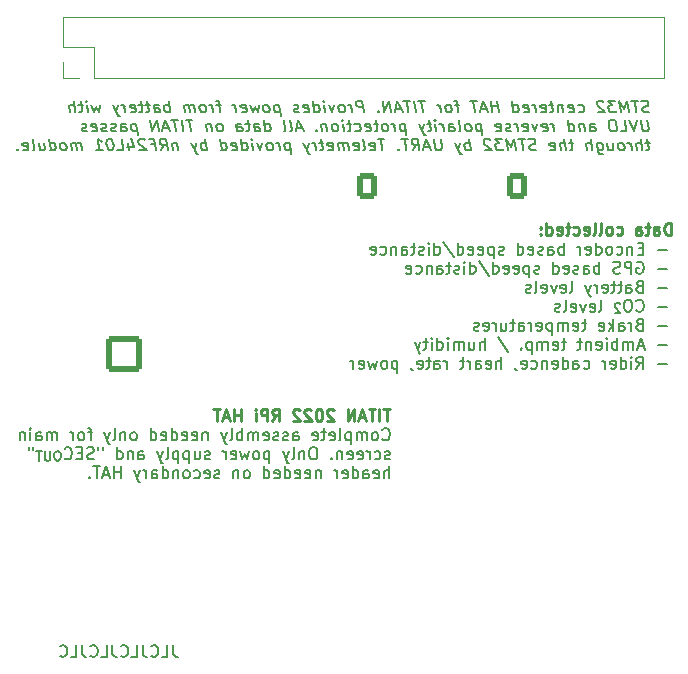
<source format=gbo>
G04 #@! TF.GenerationSoftware,KiCad,Pcbnew,6.0.2+dfsg-1*
G04 #@! TF.CreationDate,2022-08-15T18:06:50-04:00*
G04 #@! TF.ProjectId,titan_2022,74697461-6e5f-4323-9032-322e6b696361,1.2*
G04 #@! TF.SameCoordinates,Original*
G04 #@! TF.FileFunction,Legend,Bot*
G04 #@! TF.FilePolarity,Positive*
%FSLAX46Y46*%
G04 Gerber Fmt 4.6, Leading zero omitted, Abs format (unit mm)*
G04 Created by KiCad (PCBNEW 6.0.2+dfsg-1) date 2022-08-15 18:06:50*
%MOMM*%
%LPD*%
G01*
G04 APERTURE LIST*
G04 Aperture macros list*
%AMRoundRect*
0 Rectangle with rounded corners*
0 $1 Rounding radius*
0 $2 $3 $4 $5 $6 $7 $8 $9 X,Y pos of 4 corners*
0 Add a 4 corners polygon primitive as box body*
4,1,4,$2,$3,$4,$5,$6,$7,$8,$9,$2,$3,0*
0 Add four circle primitives for the rounded corners*
1,1,$1+$1,$2,$3*
1,1,$1+$1,$4,$5*
1,1,$1+$1,$6,$7*
1,1,$1+$1,$8,$9*
0 Add four rect primitives between the rounded corners*
20,1,$1+$1,$2,$3,$4,$5,0*
20,1,$1+$1,$4,$5,$6,$7,0*
20,1,$1+$1,$6,$7,$8,$9,0*
20,1,$1+$1,$8,$9,$2,$3,0*%
G04 Aperture macros list end*
%ADD10C,0.250000*%
%ADD11C,0.150000*%
%ADD12C,0.120000*%
%ADD13C,2.700000*%
%ADD14C,2.000000*%
%ADD15R,1.700000X1.700000*%
%ADD16O,1.700000X1.700000*%
%ADD17R,1.524000X1.524000*%
%ADD18C,1.524000*%
%ADD19C,1.208000*%
%ADD20O,1.700000X2.900000*%
%ADD21O,1.700000X2.980000*%
%ADD22R,1.800000X4.400000*%
%ADD23O,1.800000X4.000000*%
%ADD24O,4.000000X1.800000*%
%ADD25RoundRect,0.250000X0.620000X0.845000X-0.620000X0.845000X-0.620000X-0.845000X0.620000X-0.845000X0*%
%ADD26O,1.740000X2.190000*%
%ADD27RoundRect,0.249999X1.300001X-1.300001X1.300001X1.300001X-1.300001X1.300001X-1.300001X-1.300001X0*%
%ADD28C,3.100000*%
G04 APERTURE END LIST*
D10*
X148250000Y-69702380D02*
X148250000Y-68702380D01*
X148011904Y-68702380D01*
X147869047Y-68750000D01*
X147773809Y-68845238D01*
X147726190Y-68940476D01*
X147678571Y-69130952D01*
X147678571Y-69273809D01*
X147726190Y-69464285D01*
X147773809Y-69559523D01*
X147869047Y-69654761D01*
X148011904Y-69702380D01*
X148250000Y-69702380D01*
X146821428Y-69702380D02*
X146821428Y-69178571D01*
X146869047Y-69083333D01*
X146964285Y-69035714D01*
X147154761Y-69035714D01*
X147250000Y-69083333D01*
X146821428Y-69654761D02*
X146916666Y-69702380D01*
X147154761Y-69702380D01*
X147250000Y-69654761D01*
X147297619Y-69559523D01*
X147297619Y-69464285D01*
X147250000Y-69369047D01*
X147154761Y-69321428D01*
X146916666Y-69321428D01*
X146821428Y-69273809D01*
X146488095Y-69035714D02*
X146107142Y-69035714D01*
X146345238Y-68702380D02*
X146345238Y-69559523D01*
X146297619Y-69654761D01*
X146202380Y-69702380D01*
X146107142Y-69702380D01*
X145345238Y-69702380D02*
X145345238Y-69178571D01*
X145392857Y-69083333D01*
X145488095Y-69035714D01*
X145678571Y-69035714D01*
X145773809Y-69083333D01*
X145345238Y-69654761D02*
X145440476Y-69702380D01*
X145678571Y-69702380D01*
X145773809Y-69654761D01*
X145821428Y-69559523D01*
X145821428Y-69464285D01*
X145773809Y-69369047D01*
X145678571Y-69321428D01*
X145440476Y-69321428D01*
X145345238Y-69273809D01*
X143678571Y-69654761D02*
X143773809Y-69702380D01*
X143964285Y-69702380D01*
X144059523Y-69654761D01*
X144107142Y-69607142D01*
X144154761Y-69511904D01*
X144154761Y-69226190D01*
X144107142Y-69130952D01*
X144059523Y-69083333D01*
X143964285Y-69035714D01*
X143773809Y-69035714D01*
X143678571Y-69083333D01*
X143107142Y-69702380D02*
X143202380Y-69654761D01*
X143250000Y-69607142D01*
X143297619Y-69511904D01*
X143297619Y-69226190D01*
X143250000Y-69130952D01*
X143202380Y-69083333D01*
X143107142Y-69035714D01*
X142964285Y-69035714D01*
X142869047Y-69083333D01*
X142821428Y-69130952D01*
X142773809Y-69226190D01*
X142773809Y-69511904D01*
X142821428Y-69607142D01*
X142869047Y-69654761D01*
X142964285Y-69702380D01*
X143107142Y-69702380D01*
X142202380Y-69702380D02*
X142297619Y-69654761D01*
X142345238Y-69559523D01*
X142345238Y-68702380D01*
X141678571Y-69702380D02*
X141773809Y-69654761D01*
X141821428Y-69559523D01*
X141821428Y-68702380D01*
X140916666Y-69654761D02*
X141011904Y-69702380D01*
X141202380Y-69702380D01*
X141297619Y-69654761D01*
X141345238Y-69559523D01*
X141345238Y-69178571D01*
X141297619Y-69083333D01*
X141202380Y-69035714D01*
X141011904Y-69035714D01*
X140916666Y-69083333D01*
X140869047Y-69178571D01*
X140869047Y-69273809D01*
X141345238Y-69369047D01*
X140011904Y-69654761D02*
X140107142Y-69702380D01*
X140297619Y-69702380D01*
X140392857Y-69654761D01*
X140440476Y-69607142D01*
X140488095Y-69511904D01*
X140488095Y-69226190D01*
X140440476Y-69130952D01*
X140392857Y-69083333D01*
X140297619Y-69035714D01*
X140107142Y-69035714D01*
X140011904Y-69083333D01*
X139726190Y-69035714D02*
X139345238Y-69035714D01*
X139583333Y-68702380D02*
X139583333Y-69559523D01*
X139535714Y-69654761D01*
X139440476Y-69702380D01*
X139345238Y-69702380D01*
X138630952Y-69654761D02*
X138726190Y-69702380D01*
X138916666Y-69702380D01*
X139011904Y-69654761D01*
X139059523Y-69559523D01*
X139059523Y-69178571D01*
X139011904Y-69083333D01*
X138916666Y-69035714D01*
X138726190Y-69035714D01*
X138630952Y-69083333D01*
X138583333Y-69178571D01*
X138583333Y-69273809D01*
X139059523Y-69369047D01*
X137726190Y-69702380D02*
X137726190Y-68702380D01*
X137726190Y-69654761D02*
X137821428Y-69702380D01*
X138011904Y-69702380D01*
X138107142Y-69654761D01*
X138154761Y-69607142D01*
X138202380Y-69511904D01*
X138202380Y-69226190D01*
X138154761Y-69130952D01*
X138107142Y-69083333D01*
X138011904Y-69035714D01*
X137821428Y-69035714D01*
X137726190Y-69083333D01*
X137250000Y-69607142D02*
X137202380Y-69654761D01*
X137250000Y-69702380D01*
X137297619Y-69654761D01*
X137250000Y-69607142D01*
X137250000Y-69702380D01*
X137250000Y-69083333D02*
X137202380Y-69130952D01*
X137250000Y-69178571D01*
X137297619Y-69130952D01*
X137250000Y-69083333D01*
X137250000Y-69178571D01*
X124476190Y-84452380D02*
X123904761Y-84452380D01*
X124190476Y-85452380D02*
X124190476Y-84452380D01*
X123571428Y-85452380D02*
X123571428Y-84452380D01*
X123238095Y-84452380D02*
X122666666Y-84452380D01*
X122952380Y-85452380D02*
X122952380Y-84452380D01*
X122380952Y-85166666D02*
X121904761Y-85166666D01*
X122476190Y-85452380D02*
X122142857Y-84452380D01*
X121809523Y-85452380D01*
X121476190Y-85452380D02*
X121476190Y-84452380D01*
X120904761Y-85452380D01*
X120904761Y-84452380D01*
X119714285Y-84547619D02*
X119666666Y-84500000D01*
X119571428Y-84452380D01*
X119333333Y-84452380D01*
X119238095Y-84500000D01*
X119190476Y-84547619D01*
X119142857Y-84642857D01*
X119142857Y-84738095D01*
X119190476Y-84880952D01*
X119761904Y-85452380D01*
X119142857Y-85452380D01*
X118523809Y-84452380D02*
X118428571Y-84452380D01*
X118333333Y-84500000D01*
X118285714Y-84547619D01*
X118238095Y-84642857D01*
X118190476Y-84833333D01*
X118190476Y-85071428D01*
X118238095Y-85261904D01*
X118285714Y-85357142D01*
X118333333Y-85404761D01*
X118428571Y-85452380D01*
X118523809Y-85452380D01*
X118619047Y-85404761D01*
X118666666Y-85357142D01*
X118714285Y-85261904D01*
X118761904Y-85071428D01*
X118761904Y-84833333D01*
X118714285Y-84642857D01*
X118666666Y-84547619D01*
X118619047Y-84500000D01*
X118523809Y-84452380D01*
X117809523Y-84547619D02*
X117761904Y-84500000D01*
X117666666Y-84452380D01*
X117428571Y-84452380D01*
X117333333Y-84500000D01*
X117285714Y-84547619D01*
X117238095Y-84642857D01*
X117238095Y-84738095D01*
X117285714Y-84880952D01*
X117857142Y-85452380D01*
X117238095Y-85452380D01*
X116857142Y-84547619D02*
X116809523Y-84500000D01*
X116714285Y-84452380D01*
X116476190Y-84452380D01*
X116380952Y-84500000D01*
X116333333Y-84547619D01*
X116285714Y-84642857D01*
X116285714Y-84738095D01*
X116333333Y-84880952D01*
X116904761Y-85452380D01*
X116285714Y-85452380D01*
X114523809Y-85452380D02*
X114857142Y-84976190D01*
X115095238Y-85452380D02*
X115095238Y-84452380D01*
X114714285Y-84452380D01*
X114619047Y-84500000D01*
X114571428Y-84547619D01*
X114523809Y-84642857D01*
X114523809Y-84785714D01*
X114571428Y-84880952D01*
X114619047Y-84928571D01*
X114714285Y-84976190D01*
X115095238Y-84976190D01*
X114095238Y-85452380D02*
X114095238Y-84452380D01*
X113714285Y-84452380D01*
X113619047Y-84500000D01*
X113571428Y-84547619D01*
X113523809Y-84642857D01*
X113523809Y-84785714D01*
X113571428Y-84880952D01*
X113619047Y-84928571D01*
X113714285Y-84976190D01*
X114095238Y-84976190D01*
X113095238Y-85452380D02*
X113095238Y-84785714D01*
X113095238Y-84452380D02*
X113142857Y-84500000D01*
X113095238Y-84547619D01*
X113047619Y-84500000D01*
X113095238Y-84452380D01*
X113095238Y-84547619D01*
X111857142Y-85452380D02*
X111857142Y-84452380D01*
X111857142Y-84928571D02*
X111285714Y-84928571D01*
X111285714Y-85452380D02*
X111285714Y-84452380D01*
X110857142Y-85166666D02*
X110380952Y-85166666D01*
X110952380Y-85452380D02*
X110619047Y-84452380D01*
X110285714Y-85452380D01*
X110095238Y-84452380D02*
X109523809Y-84452380D01*
X109809523Y-85452380D02*
X109809523Y-84452380D01*
D11*
X146450119Y-59294761D02*
X146313214Y-59342380D01*
X146075119Y-59342380D01*
X145973928Y-59294761D01*
X145920357Y-59247142D01*
X145860833Y-59151904D01*
X145848928Y-59056666D01*
X145884642Y-58961428D01*
X145926309Y-58913809D01*
X146015595Y-58866190D01*
X146200119Y-58818571D01*
X146289404Y-58770952D01*
X146331071Y-58723333D01*
X146366785Y-58628095D01*
X146354880Y-58532857D01*
X146295357Y-58437619D01*
X146241785Y-58390000D01*
X146140595Y-58342380D01*
X145902500Y-58342380D01*
X145765595Y-58390000D01*
X145473928Y-58342380D02*
X144902500Y-58342380D01*
X145313214Y-59342380D02*
X145188214Y-58342380D01*
X144694166Y-59342380D02*
X144569166Y-58342380D01*
X144325119Y-59056666D01*
X143902500Y-58342380D01*
X144027500Y-59342380D01*
X143521547Y-58342380D02*
X142902500Y-58342380D01*
X143283452Y-58723333D01*
X143140595Y-58723333D01*
X143051309Y-58770952D01*
X143009642Y-58818571D01*
X142973928Y-58913809D01*
X143003690Y-59151904D01*
X143063214Y-59247142D01*
X143116785Y-59294761D01*
X143217976Y-59342380D01*
X143503690Y-59342380D01*
X143592976Y-59294761D01*
X143634642Y-59247142D01*
X142533452Y-58437619D02*
X142479880Y-58390000D01*
X142378690Y-58342380D01*
X142140595Y-58342380D01*
X142051309Y-58390000D01*
X142009642Y-58437619D01*
X141973928Y-58532857D01*
X141985833Y-58628095D01*
X142051309Y-58770952D01*
X142694166Y-59342380D01*
X142075119Y-59342380D01*
X140450119Y-59294761D02*
X140551309Y-59342380D01*
X140741785Y-59342380D01*
X140831071Y-59294761D01*
X140872738Y-59247142D01*
X140908452Y-59151904D01*
X140872738Y-58866190D01*
X140813214Y-58770952D01*
X140759642Y-58723333D01*
X140658452Y-58675714D01*
X140467976Y-58675714D01*
X140378690Y-58723333D01*
X139640595Y-59294761D02*
X139741785Y-59342380D01*
X139932261Y-59342380D01*
X140021547Y-59294761D01*
X140057261Y-59199523D01*
X140009642Y-58818571D01*
X139950119Y-58723333D01*
X139848928Y-58675714D01*
X139658452Y-58675714D01*
X139569166Y-58723333D01*
X139533452Y-58818571D01*
X139545357Y-58913809D01*
X140033452Y-59009047D01*
X139087023Y-58675714D02*
X139170357Y-59342380D01*
X139098928Y-58770952D02*
X139045357Y-58723333D01*
X138944166Y-58675714D01*
X138801309Y-58675714D01*
X138712023Y-58723333D01*
X138676309Y-58818571D01*
X138741785Y-59342380D01*
X138325119Y-58675714D02*
X137944166Y-58675714D01*
X138140595Y-58342380D02*
X138247738Y-59199523D01*
X138212023Y-59294761D01*
X138122738Y-59342380D01*
X138027500Y-59342380D01*
X137307261Y-59294761D02*
X137408452Y-59342380D01*
X137598928Y-59342380D01*
X137688214Y-59294761D01*
X137723928Y-59199523D01*
X137676309Y-58818571D01*
X137616785Y-58723333D01*
X137515595Y-58675714D01*
X137325119Y-58675714D01*
X137235833Y-58723333D01*
X137200119Y-58818571D01*
X137212023Y-58913809D01*
X137700119Y-59009047D01*
X136837023Y-59342380D02*
X136753690Y-58675714D01*
X136777500Y-58866190D02*
X136717976Y-58770952D01*
X136664404Y-58723333D01*
X136563214Y-58675714D01*
X136467976Y-58675714D01*
X135831071Y-59294761D02*
X135932261Y-59342380D01*
X136122738Y-59342380D01*
X136212023Y-59294761D01*
X136247738Y-59199523D01*
X136200119Y-58818571D01*
X136140595Y-58723333D01*
X136039404Y-58675714D01*
X135848928Y-58675714D01*
X135759642Y-58723333D01*
X135723928Y-58818571D01*
X135735833Y-58913809D01*
X136223928Y-59009047D01*
X134932261Y-59342380D02*
X134807261Y-58342380D01*
X134926309Y-59294761D02*
X135027500Y-59342380D01*
X135217976Y-59342380D01*
X135307261Y-59294761D01*
X135348928Y-59247142D01*
X135384642Y-59151904D01*
X135348928Y-58866190D01*
X135289404Y-58770952D01*
X135235833Y-58723333D01*
X135134642Y-58675714D01*
X134944166Y-58675714D01*
X134854880Y-58723333D01*
X133694166Y-59342380D02*
X133569166Y-58342380D01*
X133628690Y-58818571D02*
X133057261Y-58818571D01*
X133122738Y-59342380D02*
X132997738Y-58342380D01*
X132658452Y-59056666D02*
X132182261Y-59056666D01*
X132789404Y-59342380D02*
X132331071Y-58342380D01*
X132122738Y-59342380D01*
X131807261Y-58342380D02*
X131235833Y-58342380D01*
X131646547Y-59342380D02*
X131521547Y-58342380D01*
X130325119Y-58675714D02*
X129944166Y-58675714D01*
X130265595Y-59342380D02*
X130158452Y-58485238D01*
X130098928Y-58390000D01*
X129997738Y-58342380D01*
X129902500Y-58342380D01*
X129551309Y-59342380D02*
X129640595Y-59294761D01*
X129682261Y-59247142D01*
X129717976Y-59151904D01*
X129682261Y-58866190D01*
X129622738Y-58770952D01*
X129569166Y-58723333D01*
X129467976Y-58675714D01*
X129325119Y-58675714D01*
X129235833Y-58723333D01*
X129194166Y-58770952D01*
X129158452Y-58866190D01*
X129194166Y-59151904D01*
X129253690Y-59247142D01*
X129307261Y-59294761D01*
X129408452Y-59342380D01*
X129551309Y-59342380D01*
X128789404Y-59342380D02*
X128706071Y-58675714D01*
X128729880Y-58866190D02*
X128670357Y-58770952D01*
X128616785Y-58723333D01*
X128515595Y-58675714D01*
X128420357Y-58675714D01*
X127426309Y-58342380D02*
X126854880Y-58342380D01*
X127265595Y-59342380D02*
X127140595Y-58342380D01*
X126646547Y-59342380D02*
X126521547Y-58342380D01*
X126188214Y-58342380D02*
X125616785Y-58342380D01*
X126027500Y-59342380D02*
X125902500Y-58342380D01*
X125420357Y-59056666D02*
X124944166Y-59056666D01*
X125551309Y-59342380D02*
X125092976Y-58342380D01*
X124884642Y-59342380D01*
X124551309Y-59342380D02*
X124426309Y-58342380D01*
X123979880Y-59342380D01*
X123854880Y-58342380D01*
X123491785Y-59247142D02*
X123450119Y-59294761D01*
X123503690Y-59342380D01*
X123545357Y-59294761D01*
X123491785Y-59247142D01*
X123503690Y-59342380D01*
X122265595Y-59342380D02*
X122140595Y-58342380D01*
X121759642Y-58342380D01*
X121670357Y-58390000D01*
X121628690Y-58437619D01*
X121592976Y-58532857D01*
X121610833Y-58675714D01*
X121670357Y-58770952D01*
X121723928Y-58818571D01*
X121825119Y-58866190D01*
X122206071Y-58866190D01*
X121265595Y-59342380D02*
X121182261Y-58675714D01*
X121206071Y-58866190D02*
X121146547Y-58770952D01*
X121092976Y-58723333D01*
X120991785Y-58675714D01*
X120896547Y-58675714D01*
X120503690Y-59342380D02*
X120592976Y-59294761D01*
X120634642Y-59247142D01*
X120670357Y-59151904D01*
X120634642Y-58866190D01*
X120575119Y-58770952D01*
X120521547Y-58723333D01*
X120420357Y-58675714D01*
X120277500Y-58675714D01*
X120188214Y-58723333D01*
X120146547Y-58770952D01*
X120110833Y-58866190D01*
X120146547Y-59151904D01*
X120206071Y-59247142D01*
X120259642Y-59294761D01*
X120360833Y-59342380D01*
X120503690Y-59342380D01*
X119753690Y-58675714D02*
X119598928Y-59342380D01*
X119277500Y-58675714D01*
X118979880Y-59342380D02*
X118896547Y-58675714D01*
X118854880Y-58342380D02*
X118908452Y-58390000D01*
X118866785Y-58437619D01*
X118813214Y-58390000D01*
X118854880Y-58342380D01*
X118866785Y-58437619D01*
X118075119Y-59342380D02*
X117950119Y-58342380D01*
X118069166Y-59294761D02*
X118170357Y-59342380D01*
X118360833Y-59342380D01*
X118450119Y-59294761D01*
X118491785Y-59247142D01*
X118527500Y-59151904D01*
X118491785Y-58866190D01*
X118432261Y-58770952D01*
X118378690Y-58723333D01*
X118277500Y-58675714D01*
X118087023Y-58675714D01*
X117997738Y-58723333D01*
X117212023Y-59294761D02*
X117313214Y-59342380D01*
X117503690Y-59342380D01*
X117592976Y-59294761D01*
X117628690Y-59199523D01*
X117581071Y-58818571D01*
X117521547Y-58723333D01*
X117420357Y-58675714D01*
X117229880Y-58675714D01*
X117140595Y-58723333D01*
X117104880Y-58818571D01*
X117116785Y-58913809D01*
X117604880Y-59009047D01*
X116783452Y-59294761D02*
X116694166Y-59342380D01*
X116503690Y-59342380D01*
X116402500Y-59294761D01*
X116342976Y-59199523D01*
X116337023Y-59151904D01*
X116372738Y-59056666D01*
X116462023Y-59009047D01*
X116604880Y-59009047D01*
X116694166Y-58961428D01*
X116729880Y-58866190D01*
X116723928Y-58818571D01*
X116664404Y-58723333D01*
X116563214Y-58675714D01*
X116420357Y-58675714D01*
X116331071Y-58723333D01*
X115087023Y-58675714D02*
X115212023Y-59675714D01*
X115092976Y-58723333D02*
X114991785Y-58675714D01*
X114801309Y-58675714D01*
X114712023Y-58723333D01*
X114670357Y-58770952D01*
X114634642Y-58866190D01*
X114670357Y-59151904D01*
X114729880Y-59247142D01*
X114783452Y-59294761D01*
X114884642Y-59342380D01*
X115075119Y-59342380D01*
X115164404Y-59294761D01*
X114122738Y-59342380D02*
X114212023Y-59294761D01*
X114253690Y-59247142D01*
X114289404Y-59151904D01*
X114253690Y-58866190D01*
X114194166Y-58770952D01*
X114140595Y-58723333D01*
X114039404Y-58675714D01*
X113896547Y-58675714D01*
X113807261Y-58723333D01*
X113765595Y-58770952D01*
X113729880Y-58866190D01*
X113765595Y-59151904D01*
X113825119Y-59247142D01*
X113878690Y-59294761D01*
X113979880Y-59342380D01*
X114122738Y-59342380D01*
X113372738Y-58675714D02*
X113265595Y-59342380D01*
X113015595Y-58866190D01*
X112884642Y-59342380D01*
X112610833Y-58675714D01*
X111926309Y-59294761D02*
X112027500Y-59342380D01*
X112217976Y-59342380D01*
X112307261Y-59294761D01*
X112342976Y-59199523D01*
X112295357Y-58818571D01*
X112235833Y-58723333D01*
X112134642Y-58675714D01*
X111944166Y-58675714D01*
X111854880Y-58723333D01*
X111819166Y-58818571D01*
X111831071Y-58913809D01*
X112319166Y-59009047D01*
X111456071Y-59342380D02*
X111372738Y-58675714D01*
X111396547Y-58866190D02*
X111337023Y-58770952D01*
X111283452Y-58723333D01*
X111182261Y-58675714D01*
X111087023Y-58675714D01*
X110134642Y-58675714D02*
X109753690Y-58675714D01*
X110075119Y-59342380D02*
X109967976Y-58485238D01*
X109908452Y-58390000D01*
X109807261Y-58342380D01*
X109712023Y-58342380D01*
X109503690Y-59342380D02*
X109420357Y-58675714D01*
X109444166Y-58866190D02*
X109384642Y-58770952D01*
X109331071Y-58723333D01*
X109229880Y-58675714D01*
X109134642Y-58675714D01*
X108741785Y-59342380D02*
X108831071Y-59294761D01*
X108872738Y-59247142D01*
X108908452Y-59151904D01*
X108872738Y-58866190D01*
X108813214Y-58770952D01*
X108759642Y-58723333D01*
X108658452Y-58675714D01*
X108515595Y-58675714D01*
X108426309Y-58723333D01*
X108384642Y-58770952D01*
X108348928Y-58866190D01*
X108384642Y-59151904D01*
X108444166Y-59247142D01*
X108497738Y-59294761D01*
X108598928Y-59342380D01*
X108741785Y-59342380D01*
X107979880Y-59342380D02*
X107896547Y-58675714D01*
X107908452Y-58770952D02*
X107854880Y-58723333D01*
X107753690Y-58675714D01*
X107610833Y-58675714D01*
X107521547Y-58723333D01*
X107485833Y-58818571D01*
X107551309Y-59342380D01*
X107485833Y-58818571D02*
X107426309Y-58723333D01*
X107325119Y-58675714D01*
X107182261Y-58675714D01*
X107092976Y-58723333D01*
X107057261Y-58818571D01*
X107122738Y-59342380D01*
X105884642Y-59342380D02*
X105759642Y-58342380D01*
X105807261Y-58723333D02*
X105706071Y-58675714D01*
X105515595Y-58675714D01*
X105426309Y-58723333D01*
X105384642Y-58770952D01*
X105348928Y-58866190D01*
X105384642Y-59151904D01*
X105444166Y-59247142D01*
X105497738Y-59294761D01*
X105598928Y-59342380D01*
X105789404Y-59342380D01*
X105878690Y-59294761D01*
X104551309Y-59342380D02*
X104485833Y-58818571D01*
X104521547Y-58723333D01*
X104610833Y-58675714D01*
X104801309Y-58675714D01*
X104902500Y-58723333D01*
X104545357Y-59294761D02*
X104646547Y-59342380D01*
X104884642Y-59342380D01*
X104973928Y-59294761D01*
X105009642Y-59199523D01*
X104997738Y-59104285D01*
X104938214Y-59009047D01*
X104837023Y-58961428D01*
X104598928Y-58961428D01*
X104497738Y-58913809D01*
X104134642Y-58675714D02*
X103753690Y-58675714D01*
X103950119Y-58342380D02*
X104057261Y-59199523D01*
X104021547Y-59294761D01*
X103932261Y-59342380D01*
X103837023Y-59342380D01*
X103563214Y-58675714D02*
X103182261Y-58675714D01*
X103378690Y-58342380D02*
X103485833Y-59199523D01*
X103450119Y-59294761D01*
X103360833Y-59342380D01*
X103265595Y-59342380D01*
X102545357Y-59294761D02*
X102646547Y-59342380D01*
X102837023Y-59342380D01*
X102926309Y-59294761D01*
X102962023Y-59199523D01*
X102914404Y-58818571D01*
X102854880Y-58723333D01*
X102753690Y-58675714D01*
X102563214Y-58675714D01*
X102473928Y-58723333D01*
X102438214Y-58818571D01*
X102450119Y-58913809D01*
X102938214Y-59009047D01*
X102075119Y-59342380D02*
X101991785Y-58675714D01*
X102015595Y-58866190D02*
X101956071Y-58770952D01*
X101902500Y-58723333D01*
X101801309Y-58675714D01*
X101706071Y-58675714D01*
X101467976Y-58675714D02*
X101313214Y-59342380D01*
X100991785Y-58675714D02*
X101313214Y-59342380D01*
X101438214Y-59580476D01*
X101491785Y-59628095D01*
X101592976Y-59675714D01*
X99944166Y-58675714D02*
X99837023Y-59342380D01*
X99587023Y-58866190D01*
X99456071Y-59342380D01*
X99182261Y-58675714D01*
X98884642Y-59342380D02*
X98801309Y-58675714D01*
X98759642Y-58342380D02*
X98813214Y-58390000D01*
X98771547Y-58437619D01*
X98717976Y-58390000D01*
X98759642Y-58342380D01*
X98771547Y-58437619D01*
X98467976Y-58675714D02*
X98087023Y-58675714D01*
X98283452Y-58342380D02*
X98390595Y-59199523D01*
X98354880Y-59294761D01*
X98265595Y-59342380D01*
X98170357Y-59342380D01*
X97837023Y-59342380D02*
X97712023Y-58342380D01*
X97408452Y-59342380D02*
X97342976Y-58818571D01*
X97378690Y-58723333D01*
X97467976Y-58675714D01*
X97610833Y-58675714D01*
X97712023Y-58723333D01*
X97765595Y-58770952D01*
X146283452Y-59952380D02*
X146384642Y-60761904D01*
X146348928Y-60857142D01*
X146307261Y-60904761D01*
X146217976Y-60952380D01*
X146027500Y-60952380D01*
X145926309Y-60904761D01*
X145872738Y-60857142D01*
X145813214Y-60761904D01*
X145712023Y-59952380D01*
X145378690Y-59952380D02*
X145170357Y-60952380D01*
X144712023Y-59952380D01*
X144027500Y-60952380D02*
X144503690Y-60952380D01*
X144378690Y-59952380D01*
X143378690Y-59952380D02*
X143188214Y-59952380D01*
X143098928Y-60000000D01*
X143015595Y-60095238D01*
X142991785Y-60285714D01*
X143033452Y-60619047D01*
X143104880Y-60809523D01*
X143212023Y-60904761D01*
X143313214Y-60952380D01*
X143503690Y-60952380D01*
X143592976Y-60904761D01*
X143676309Y-60809523D01*
X143700119Y-60619047D01*
X143658452Y-60285714D01*
X143587023Y-60095238D01*
X143479880Y-60000000D01*
X143378690Y-59952380D01*
X141456071Y-60952380D02*
X141390595Y-60428571D01*
X141426309Y-60333333D01*
X141515595Y-60285714D01*
X141706071Y-60285714D01*
X141807261Y-60333333D01*
X141450119Y-60904761D02*
X141551309Y-60952380D01*
X141789404Y-60952380D01*
X141878690Y-60904761D01*
X141914404Y-60809523D01*
X141902500Y-60714285D01*
X141842976Y-60619047D01*
X141741785Y-60571428D01*
X141503690Y-60571428D01*
X141402500Y-60523809D01*
X140896547Y-60285714D02*
X140979880Y-60952380D01*
X140908452Y-60380952D02*
X140854880Y-60333333D01*
X140753690Y-60285714D01*
X140610833Y-60285714D01*
X140521547Y-60333333D01*
X140485833Y-60428571D01*
X140551309Y-60952380D01*
X139646547Y-60952380D02*
X139521547Y-59952380D01*
X139640595Y-60904761D02*
X139741785Y-60952380D01*
X139932261Y-60952380D01*
X140021547Y-60904761D01*
X140063214Y-60857142D01*
X140098928Y-60761904D01*
X140063214Y-60476190D01*
X140003690Y-60380952D01*
X139950119Y-60333333D01*
X139848928Y-60285714D01*
X139658452Y-60285714D01*
X139569166Y-60333333D01*
X138408452Y-60952380D02*
X138325119Y-60285714D01*
X138348928Y-60476190D02*
X138289404Y-60380952D01*
X138235833Y-60333333D01*
X138134642Y-60285714D01*
X138039404Y-60285714D01*
X137402500Y-60904761D02*
X137503690Y-60952380D01*
X137694166Y-60952380D01*
X137783452Y-60904761D01*
X137819166Y-60809523D01*
X137771547Y-60428571D01*
X137712023Y-60333333D01*
X137610833Y-60285714D01*
X137420357Y-60285714D01*
X137331071Y-60333333D01*
X137295357Y-60428571D01*
X137307261Y-60523809D01*
X137795357Y-60619047D01*
X136944166Y-60285714D02*
X136789404Y-60952380D01*
X136467976Y-60285714D01*
X135783452Y-60904761D02*
X135884642Y-60952380D01*
X136075119Y-60952380D01*
X136164404Y-60904761D01*
X136200119Y-60809523D01*
X136152500Y-60428571D01*
X136092976Y-60333333D01*
X135991785Y-60285714D01*
X135801309Y-60285714D01*
X135712023Y-60333333D01*
X135676309Y-60428571D01*
X135688214Y-60523809D01*
X136176309Y-60619047D01*
X135313214Y-60952380D02*
X135229880Y-60285714D01*
X135253690Y-60476190D02*
X135194166Y-60380952D01*
X135140595Y-60333333D01*
X135039404Y-60285714D01*
X134944166Y-60285714D01*
X134735833Y-60904761D02*
X134646547Y-60952380D01*
X134456071Y-60952380D01*
X134354880Y-60904761D01*
X134295357Y-60809523D01*
X134289404Y-60761904D01*
X134325119Y-60666666D01*
X134414404Y-60619047D01*
X134557261Y-60619047D01*
X134646547Y-60571428D01*
X134682261Y-60476190D01*
X134676309Y-60428571D01*
X134616785Y-60333333D01*
X134515595Y-60285714D01*
X134372738Y-60285714D01*
X134283452Y-60333333D01*
X133497738Y-60904761D02*
X133598928Y-60952380D01*
X133789404Y-60952380D01*
X133878690Y-60904761D01*
X133914404Y-60809523D01*
X133866785Y-60428571D01*
X133807261Y-60333333D01*
X133706071Y-60285714D01*
X133515595Y-60285714D01*
X133426309Y-60333333D01*
X133390595Y-60428571D01*
X133402500Y-60523809D01*
X133890595Y-60619047D01*
X132182261Y-60285714D02*
X132307261Y-61285714D01*
X132188214Y-60333333D02*
X132087023Y-60285714D01*
X131896547Y-60285714D01*
X131807261Y-60333333D01*
X131765595Y-60380952D01*
X131729880Y-60476190D01*
X131765595Y-60761904D01*
X131825119Y-60857142D01*
X131878690Y-60904761D01*
X131979880Y-60952380D01*
X132170357Y-60952380D01*
X132259642Y-60904761D01*
X131217976Y-60952380D02*
X131307261Y-60904761D01*
X131348928Y-60857142D01*
X131384642Y-60761904D01*
X131348928Y-60476190D01*
X131289404Y-60380952D01*
X131235833Y-60333333D01*
X131134642Y-60285714D01*
X130991785Y-60285714D01*
X130902500Y-60333333D01*
X130860833Y-60380952D01*
X130825119Y-60476190D01*
X130860833Y-60761904D01*
X130920357Y-60857142D01*
X130973928Y-60904761D01*
X131075119Y-60952380D01*
X131217976Y-60952380D01*
X130313214Y-60952380D02*
X130402500Y-60904761D01*
X130438214Y-60809523D01*
X130331071Y-59952380D01*
X129503690Y-60952380D02*
X129438214Y-60428571D01*
X129473928Y-60333333D01*
X129563214Y-60285714D01*
X129753690Y-60285714D01*
X129854880Y-60333333D01*
X129497738Y-60904761D02*
X129598928Y-60952380D01*
X129837023Y-60952380D01*
X129926309Y-60904761D01*
X129962023Y-60809523D01*
X129950119Y-60714285D01*
X129890595Y-60619047D01*
X129789404Y-60571428D01*
X129551309Y-60571428D01*
X129450119Y-60523809D01*
X129027500Y-60952380D02*
X128944166Y-60285714D01*
X128967976Y-60476190D02*
X128908452Y-60380952D01*
X128854880Y-60333333D01*
X128753690Y-60285714D01*
X128658452Y-60285714D01*
X128408452Y-60952380D02*
X128325119Y-60285714D01*
X128283452Y-59952380D02*
X128337023Y-60000000D01*
X128295357Y-60047619D01*
X128241785Y-60000000D01*
X128283452Y-59952380D01*
X128295357Y-60047619D01*
X127991785Y-60285714D02*
X127610833Y-60285714D01*
X127807261Y-59952380D02*
X127914404Y-60809523D01*
X127878690Y-60904761D01*
X127789404Y-60952380D01*
X127694166Y-60952380D01*
X127372738Y-60285714D02*
X127217976Y-60952380D01*
X126896547Y-60285714D02*
X127217976Y-60952380D01*
X127342976Y-61190476D01*
X127396547Y-61238095D01*
X127497738Y-61285714D01*
X125753690Y-60285714D02*
X125878690Y-61285714D01*
X125759642Y-60333333D02*
X125658452Y-60285714D01*
X125467976Y-60285714D01*
X125378690Y-60333333D01*
X125337023Y-60380952D01*
X125301309Y-60476190D01*
X125337023Y-60761904D01*
X125396547Y-60857142D01*
X125450119Y-60904761D01*
X125551309Y-60952380D01*
X125741785Y-60952380D01*
X125831071Y-60904761D01*
X124932261Y-60952380D02*
X124848928Y-60285714D01*
X124872738Y-60476190D02*
X124813214Y-60380952D01*
X124759642Y-60333333D01*
X124658452Y-60285714D01*
X124563214Y-60285714D01*
X124170357Y-60952380D02*
X124259642Y-60904761D01*
X124301309Y-60857142D01*
X124337023Y-60761904D01*
X124301309Y-60476190D01*
X124241785Y-60380952D01*
X124188214Y-60333333D01*
X124087023Y-60285714D01*
X123944166Y-60285714D01*
X123854880Y-60333333D01*
X123813214Y-60380952D01*
X123777500Y-60476190D01*
X123813214Y-60761904D01*
X123872738Y-60857142D01*
X123926309Y-60904761D01*
X124027500Y-60952380D01*
X124170357Y-60952380D01*
X123467976Y-60285714D02*
X123087023Y-60285714D01*
X123283452Y-59952380D02*
X123390595Y-60809523D01*
X123354880Y-60904761D01*
X123265595Y-60952380D01*
X123170357Y-60952380D01*
X122450119Y-60904761D02*
X122551309Y-60952380D01*
X122741785Y-60952380D01*
X122831071Y-60904761D01*
X122866785Y-60809523D01*
X122819166Y-60428571D01*
X122759642Y-60333333D01*
X122658452Y-60285714D01*
X122467976Y-60285714D01*
X122378690Y-60333333D01*
X122342976Y-60428571D01*
X122354880Y-60523809D01*
X122842976Y-60619047D01*
X121545357Y-60904761D02*
X121646547Y-60952380D01*
X121837023Y-60952380D01*
X121926309Y-60904761D01*
X121967976Y-60857142D01*
X122003690Y-60761904D01*
X121967976Y-60476190D01*
X121908452Y-60380952D01*
X121854880Y-60333333D01*
X121753690Y-60285714D01*
X121563214Y-60285714D01*
X121473928Y-60333333D01*
X121182261Y-60285714D02*
X120801309Y-60285714D01*
X120997738Y-59952380D02*
X121104880Y-60809523D01*
X121069166Y-60904761D01*
X120979880Y-60952380D01*
X120884642Y-60952380D01*
X120551309Y-60952380D02*
X120467976Y-60285714D01*
X120426309Y-59952380D02*
X120479880Y-60000000D01*
X120438214Y-60047619D01*
X120384642Y-60000000D01*
X120426309Y-59952380D01*
X120438214Y-60047619D01*
X119932261Y-60952380D02*
X120021547Y-60904761D01*
X120063214Y-60857142D01*
X120098928Y-60761904D01*
X120063214Y-60476190D01*
X120003690Y-60380952D01*
X119950119Y-60333333D01*
X119848928Y-60285714D01*
X119706071Y-60285714D01*
X119616785Y-60333333D01*
X119575119Y-60380952D01*
X119539404Y-60476190D01*
X119575119Y-60761904D01*
X119634642Y-60857142D01*
X119688214Y-60904761D01*
X119789404Y-60952380D01*
X119932261Y-60952380D01*
X119087023Y-60285714D02*
X119170357Y-60952380D01*
X119098928Y-60380952D02*
X119045357Y-60333333D01*
X118944166Y-60285714D01*
X118801309Y-60285714D01*
X118712023Y-60333333D01*
X118676309Y-60428571D01*
X118741785Y-60952380D01*
X118253690Y-60857142D02*
X118212023Y-60904761D01*
X118265595Y-60952380D01*
X118307261Y-60904761D01*
X118253690Y-60857142D01*
X118265595Y-60952380D01*
X117039404Y-60666666D02*
X116563214Y-60666666D01*
X117170357Y-60952380D02*
X116712023Y-59952380D01*
X116503690Y-60952380D01*
X116027500Y-60952380D02*
X116116785Y-60904761D01*
X116152500Y-60809523D01*
X116045357Y-59952380D01*
X115503690Y-60952380D02*
X115592976Y-60904761D01*
X115628690Y-60809523D01*
X115521547Y-59952380D01*
X113932261Y-60952380D02*
X113807261Y-59952380D01*
X113926309Y-60904761D02*
X114027500Y-60952380D01*
X114217976Y-60952380D01*
X114307261Y-60904761D01*
X114348928Y-60857142D01*
X114384642Y-60761904D01*
X114348928Y-60476190D01*
X114289404Y-60380952D01*
X114235833Y-60333333D01*
X114134642Y-60285714D01*
X113944166Y-60285714D01*
X113854880Y-60333333D01*
X113027500Y-60952380D02*
X112962023Y-60428571D01*
X112997738Y-60333333D01*
X113087023Y-60285714D01*
X113277500Y-60285714D01*
X113378690Y-60333333D01*
X113021547Y-60904761D02*
X113122738Y-60952380D01*
X113360833Y-60952380D01*
X113450119Y-60904761D01*
X113485833Y-60809523D01*
X113473928Y-60714285D01*
X113414404Y-60619047D01*
X113313214Y-60571428D01*
X113075119Y-60571428D01*
X112973928Y-60523809D01*
X112610833Y-60285714D02*
X112229880Y-60285714D01*
X112426309Y-59952380D02*
X112533452Y-60809523D01*
X112497738Y-60904761D01*
X112408452Y-60952380D01*
X112313214Y-60952380D01*
X111551309Y-60952380D02*
X111485833Y-60428571D01*
X111521547Y-60333333D01*
X111610833Y-60285714D01*
X111801309Y-60285714D01*
X111902500Y-60333333D01*
X111545357Y-60904761D02*
X111646547Y-60952380D01*
X111884642Y-60952380D01*
X111973928Y-60904761D01*
X112009642Y-60809523D01*
X111997738Y-60714285D01*
X111938214Y-60619047D01*
X111837023Y-60571428D01*
X111598928Y-60571428D01*
X111497738Y-60523809D01*
X110170357Y-60952380D02*
X110259642Y-60904761D01*
X110301309Y-60857142D01*
X110337023Y-60761904D01*
X110301309Y-60476190D01*
X110241785Y-60380952D01*
X110188214Y-60333333D01*
X110087023Y-60285714D01*
X109944166Y-60285714D01*
X109854880Y-60333333D01*
X109813214Y-60380952D01*
X109777500Y-60476190D01*
X109813214Y-60761904D01*
X109872738Y-60857142D01*
X109926309Y-60904761D01*
X110027500Y-60952380D01*
X110170357Y-60952380D01*
X109325119Y-60285714D02*
X109408452Y-60952380D01*
X109337023Y-60380952D02*
X109283452Y-60333333D01*
X109182261Y-60285714D01*
X109039404Y-60285714D01*
X108950119Y-60333333D01*
X108914404Y-60428571D01*
X108979880Y-60952380D01*
X107759642Y-59952380D02*
X107188214Y-59952380D01*
X107598928Y-60952380D02*
X107473928Y-59952380D01*
X106979880Y-60952380D02*
X106854880Y-59952380D01*
X106521547Y-59952380D02*
X105950119Y-59952380D01*
X106360833Y-60952380D02*
X106235833Y-59952380D01*
X105753690Y-60666666D02*
X105277500Y-60666666D01*
X105884642Y-60952380D02*
X105426309Y-59952380D01*
X105217976Y-60952380D01*
X104884642Y-60952380D02*
X104759642Y-59952380D01*
X104313214Y-60952380D01*
X104188214Y-59952380D01*
X102991785Y-60285714D02*
X103116785Y-61285714D01*
X102997738Y-60333333D02*
X102896547Y-60285714D01*
X102706071Y-60285714D01*
X102616785Y-60333333D01*
X102575119Y-60380952D01*
X102539404Y-60476190D01*
X102575119Y-60761904D01*
X102634642Y-60857142D01*
X102688214Y-60904761D01*
X102789404Y-60952380D01*
X102979880Y-60952380D01*
X103069166Y-60904761D01*
X101741785Y-60952380D02*
X101676309Y-60428571D01*
X101712023Y-60333333D01*
X101801309Y-60285714D01*
X101991785Y-60285714D01*
X102092976Y-60333333D01*
X101735833Y-60904761D02*
X101837023Y-60952380D01*
X102075119Y-60952380D01*
X102164404Y-60904761D01*
X102200119Y-60809523D01*
X102188214Y-60714285D01*
X102128690Y-60619047D01*
X102027500Y-60571428D01*
X101789404Y-60571428D01*
X101688214Y-60523809D01*
X101307261Y-60904761D02*
X101217976Y-60952380D01*
X101027500Y-60952380D01*
X100926309Y-60904761D01*
X100866785Y-60809523D01*
X100860833Y-60761904D01*
X100896547Y-60666666D01*
X100985833Y-60619047D01*
X101128690Y-60619047D01*
X101217976Y-60571428D01*
X101253690Y-60476190D01*
X101247738Y-60428571D01*
X101188214Y-60333333D01*
X101087023Y-60285714D01*
X100944166Y-60285714D01*
X100854880Y-60333333D01*
X100497738Y-60904761D02*
X100408452Y-60952380D01*
X100217976Y-60952380D01*
X100116785Y-60904761D01*
X100057261Y-60809523D01*
X100051309Y-60761904D01*
X100087023Y-60666666D01*
X100176309Y-60619047D01*
X100319166Y-60619047D01*
X100408452Y-60571428D01*
X100444166Y-60476190D01*
X100438214Y-60428571D01*
X100378690Y-60333333D01*
X100277500Y-60285714D01*
X100134642Y-60285714D01*
X100045357Y-60333333D01*
X99259642Y-60904761D02*
X99360833Y-60952380D01*
X99551309Y-60952380D01*
X99640595Y-60904761D01*
X99676309Y-60809523D01*
X99628690Y-60428571D01*
X99569166Y-60333333D01*
X99467976Y-60285714D01*
X99277500Y-60285714D01*
X99188214Y-60333333D01*
X99152500Y-60428571D01*
X99164404Y-60523809D01*
X99652500Y-60619047D01*
X98831071Y-60904761D02*
X98741785Y-60952380D01*
X98551309Y-60952380D01*
X98450119Y-60904761D01*
X98390595Y-60809523D01*
X98384642Y-60761904D01*
X98420357Y-60666666D01*
X98509642Y-60619047D01*
X98652500Y-60619047D01*
X98741785Y-60571428D01*
X98777500Y-60476190D01*
X98771547Y-60428571D01*
X98712023Y-60333333D01*
X98610833Y-60285714D01*
X98467976Y-60285714D01*
X98378690Y-60333333D01*
X146467976Y-61895714D02*
X146087023Y-61895714D01*
X146283452Y-61562380D02*
X146390595Y-62419523D01*
X146354880Y-62514761D01*
X146265595Y-62562380D01*
X146170357Y-62562380D01*
X145837023Y-62562380D02*
X145712023Y-61562380D01*
X145408452Y-62562380D02*
X145342976Y-62038571D01*
X145378690Y-61943333D01*
X145467976Y-61895714D01*
X145610833Y-61895714D01*
X145712023Y-61943333D01*
X145765595Y-61990952D01*
X144932261Y-62562380D02*
X144848928Y-61895714D01*
X144872738Y-62086190D02*
X144813214Y-61990952D01*
X144759642Y-61943333D01*
X144658452Y-61895714D01*
X144563214Y-61895714D01*
X144170357Y-62562380D02*
X144259642Y-62514761D01*
X144301309Y-62467142D01*
X144337023Y-62371904D01*
X144301309Y-62086190D01*
X144241785Y-61990952D01*
X144188214Y-61943333D01*
X144087023Y-61895714D01*
X143944166Y-61895714D01*
X143854880Y-61943333D01*
X143813214Y-61990952D01*
X143777500Y-62086190D01*
X143813214Y-62371904D01*
X143872738Y-62467142D01*
X143926309Y-62514761D01*
X144027500Y-62562380D01*
X144170357Y-62562380D01*
X142896547Y-61895714D02*
X142979880Y-62562380D01*
X143325119Y-61895714D02*
X143390595Y-62419523D01*
X143354880Y-62514761D01*
X143265595Y-62562380D01*
X143122738Y-62562380D01*
X143021547Y-62514761D01*
X142967976Y-62467142D01*
X141991785Y-61895714D02*
X142092976Y-62705238D01*
X142152500Y-62800476D01*
X142206071Y-62848095D01*
X142307261Y-62895714D01*
X142450119Y-62895714D01*
X142539404Y-62848095D01*
X142069166Y-62514761D02*
X142170357Y-62562380D01*
X142360833Y-62562380D01*
X142450119Y-62514761D01*
X142491785Y-62467142D01*
X142527500Y-62371904D01*
X142491785Y-62086190D01*
X142432261Y-61990952D01*
X142378690Y-61943333D01*
X142277500Y-61895714D01*
X142087023Y-61895714D01*
X141997738Y-61943333D01*
X141598928Y-62562380D02*
X141473928Y-61562380D01*
X141170357Y-62562380D02*
X141104880Y-62038571D01*
X141140595Y-61943333D01*
X141229880Y-61895714D01*
X141372738Y-61895714D01*
X141473928Y-61943333D01*
X141527500Y-61990952D01*
X139991785Y-61895714D02*
X139610833Y-61895714D01*
X139807261Y-61562380D02*
X139914404Y-62419523D01*
X139878690Y-62514761D01*
X139789404Y-62562380D01*
X139694166Y-62562380D01*
X139360833Y-62562380D02*
X139235833Y-61562380D01*
X138932261Y-62562380D02*
X138866785Y-62038571D01*
X138902500Y-61943333D01*
X138991785Y-61895714D01*
X139134642Y-61895714D01*
X139235833Y-61943333D01*
X139289404Y-61990952D01*
X138069166Y-62514761D02*
X138170357Y-62562380D01*
X138360833Y-62562380D01*
X138450119Y-62514761D01*
X138485833Y-62419523D01*
X138438214Y-62038571D01*
X138378690Y-61943333D01*
X138277500Y-61895714D01*
X138087023Y-61895714D01*
X137997738Y-61943333D01*
X137962023Y-62038571D01*
X137973928Y-62133809D01*
X138462023Y-62229047D01*
X136878690Y-62514761D02*
X136741785Y-62562380D01*
X136503690Y-62562380D01*
X136402500Y-62514761D01*
X136348928Y-62467142D01*
X136289404Y-62371904D01*
X136277500Y-62276666D01*
X136313214Y-62181428D01*
X136354880Y-62133809D01*
X136444166Y-62086190D01*
X136628690Y-62038571D01*
X136717976Y-61990952D01*
X136759642Y-61943333D01*
X136795357Y-61848095D01*
X136783452Y-61752857D01*
X136723928Y-61657619D01*
X136670357Y-61610000D01*
X136569166Y-61562380D01*
X136331071Y-61562380D01*
X136194166Y-61610000D01*
X135902500Y-61562380D02*
X135331071Y-61562380D01*
X135741785Y-62562380D02*
X135616785Y-61562380D01*
X135122738Y-62562380D02*
X134997738Y-61562380D01*
X134753690Y-62276666D01*
X134331071Y-61562380D01*
X134456071Y-62562380D01*
X133950119Y-61562380D02*
X133331071Y-61562380D01*
X133712023Y-61943333D01*
X133569166Y-61943333D01*
X133479880Y-61990952D01*
X133438214Y-62038571D01*
X133402500Y-62133809D01*
X133432261Y-62371904D01*
X133491785Y-62467142D01*
X133545357Y-62514761D01*
X133646547Y-62562380D01*
X133932261Y-62562380D01*
X134021547Y-62514761D01*
X134063214Y-62467142D01*
X132962023Y-61657619D02*
X132908452Y-61610000D01*
X132807261Y-61562380D01*
X132569166Y-61562380D01*
X132479880Y-61610000D01*
X132438214Y-61657619D01*
X132402500Y-61752857D01*
X132414404Y-61848095D01*
X132479880Y-61990952D01*
X133122738Y-62562380D01*
X132503690Y-62562380D01*
X131313214Y-62562380D02*
X131188214Y-61562380D01*
X131235833Y-61943333D02*
X131134642Y-61895714D01*
X130944166Y-61895714D01*
X130854880Y-61943333D01*
X130813214Y-61990952D01*
X130777500Y-62086190D01*
X130813214Y-62371904D01*
X130872738Y-62467142D01*
X130926309Y-62514761D01*
X131027500Y-62562380D01*
X131217976Y-62562380D01*
X131307261Y-62514761D01*
X130420357Y-61895714D02*
X130265595Y-62562380D01*
X129944166Y-61895714D02*
X130265595Y-62562380D01*
X130390595Y-62800476D01*
X130444166Y-62848095D01*
X130545357Y-62895714D01*
X128759642Y-61562380D02*
X128860833Y-62371904D01*
X128825119Y-62467142D01*
X128783452Y-62514761D01*
X128694166Y-62562380D01*
X128503690Y-62562380D01*
X128402500Y-62514761D01*
X128348928Y-62467142D01*
X128289404Y-62371904D01*
X128188214Y-61562380D01*
X127848928Y-62276666D02*
X127372738Y-62276666D01*
X127979880Y-62562380D02*
X127521547Y-61562380D01*
X127313214Y-62562380D01*
X126408452Y-62562380D02*
X126682261Y-62086190D01*
X126979880Y-62562380D02*
X126854880Y-61562380D01*
X126473928Y-61562380D01*
X126384642Y-61610000D01*
X126342976Y-61657619D01*
X126307261Y-61752857D01*
X126325119Y-61895714D01*
X126384642Y-61990952D01*
X126438214Y-62038571D01*
X126539404Y-62086190D01*
X126920357Y-62086190D01*
X125997738Y-61562380D02*
X125426309Y-61562380D01*
X125837023Y-62562380D02*
X125712023Y-61562380D01*
X125206071Y-62467142D02*
X125164404Y-62514761D01*
X125217976Y-62562380D01*
X125259642Y-62514761D01*
X125206071Y-62467142D01*
X125217976Y-62562380D01*
X123997738Y-61562380D02*
X123426309Y-61562380D01*
X123837023Y-62562380D02*
X123712023Y-61562380D01*
X122831071Y-62514761D02*
X122932261Y-62562380D01*
X123122738Y-62562380D01*
X123212023Y-62514761D01*
X123247738Y-62419523D01*
X123200119Y-62038571D01*
X123140595Y-61943333D01*
X123039404Y-61895714D01*
X122848928Y-61895714D01*
X122759642Y-61943333D01*
X122723928Y-62038571D01*
X122735833Y-62133809D01*
X123223928Y-62229047D01*
X122217976Y-62562380D02*
X122307261Y-62514761D01*
X122342976Y-62419523D01*
X122235833Y-61562380D01*
X121450119Y-62514761D02*
X121551309Y-62562380D01*
X121741785Y-62562380D01*
X121831071Y-62514761D01*
X121866785Y-62419523D01*
X121819166Y-62038571D01*
X121759642Y-61943333D01*
X121658452Y-61895714D01*
X121467976Y-61895714D01*
X121378690Y-61943333D01*
X121342976Y-62038571D01*
X121354880Y-62133809D01*
X121842976Y-62229047D01*
X120979880Y-62562380D02*
X120896547Y-61895714D01*
X120908452Y-61990952D02*
X120854880Y-61943333D01*
X120753690Y-61895714D01*
X120610833Y-61895714D01*
X120521547Y-61943333D01*
X120485833Y-62038571D01*
X120551309Y-62562380D01*
X120485833Y-62038571D02*
X120426309Y-61943333D01*
X120325119Y-61895714D01*
X120182261Y-61895714D01*
X120092976Y-61943333D01*
X120057261Y-62038571D01*
X120122738Y-62562380D01*
X119259642Y-62514761D02*
X119360833Y-62562380D01*
X119551309Y-62562380D01*
X119640595Y-62514761D01*
X119676309Y-62419523D01*
X119628690Y-62038571D01*
X119569166Y-61943333D01*
X119467976Y-61895714D01*
X119277500Y-61895714D01*
X119188214Y-61943333D01*
X119152500Y-62038571D01*
X119164404Y-62133809D01*
X119652500Y-62229047D01*
X118848928Y-61895714D02*
X118467976Y-61895714D01*
X118664404Y-61562380D02*
X118771547Y-62419523D01*
X118735833Y-62514761D01*
X118646547Y-62562380D01*
X118551309Y-62562380D01*
X118217976Y-62562380D02*
X118134642Y-61895714D01*
X118158452Y-62086190D02*
X118098928Y-61990952D01*
X118045357Y-61943333D01*
X117944166Y-61895714D01*
X117848928Y-61895714D01*
X117610833Y-61895714D02*
X117456071Y-62562380D01*
X117134642Y-61895714D02*
X117456071Y-62562380D01*
X117581071Y-62800476D01*
X117634642Y-62848095D01*
X117735833Y-62895714D01*
X115991785Y-61895714D02*
X116116785Y-62895714D01*
X115997738Y-61943333D02*
X115896547Y-61895714D01*
X115706071Y-61895714D01*
X115616785Y-61943333D01*
X115575119Y-61990952D01*
X115539404Y-62086190D01*
X115575119Y-62371904D01*
X115634642Y-62467142D01*
X115688214Y-62514761D01*
X115789404Y-62562380D01*
X115979880Y-62562380D01*
X116069166Y-62514761D01*
X115170357Y-62562380D02*
X115087023Y-61895714D01*
X115110833Y-62086190D02*
X115051309Y-61990952D01*
X114997738Y-61943333D01*
X114896547Y-61895714D01*
X114801309Y-61895714D01*
X114408452Y-62562380D02*
X114497738Y-62514761D01*
X114539404Y-62467142D01*
X114575119Y-62371904D01*
X114539404Y-62086190D01*
X114479880Y-61990952D01*
X114426309Y-61943333D01*
X114325119Y-61895714D01*
X114182261Y-61895714D01*
X114092976Y-61943333D01*
X114051309Y-61990952D01*
X114015595Y-62086190D01*
X114051309Y-62371904D01*
X114110833Y-62467142D01*
X114164404Y-62514761D01*
X114265595Y-62562380D01*
X114408452Y-62562380D01*
X113658452Y-61895714D02*
X113503690Y-62562380D01*
X113182261Y-61895714D01*
X112884642Y-62562380D02*
X112801309Y-61895714D01*
X112759642Y-61562380D02*
X112813214Y-61610000D01*
X112771547Y-61657619D01*
X112717976Y-61610000D01*
X112759642Y-61562380D01*
X112771547Y-61657619D01*
X111979880Y-62562380D02*
X111854880Y-61562380D01*
X111973928Y-62514761D02*
X112075119Y-62562380D01*
X112265595Y-62562380D01*
X112354880Y-62514761D01*
X112396547Y-62467142D01*
X112432261Y-62371904D01*
X112396547Y-62086190D01*
X112337023Y-61990952D01*
X112283452Y-61943333D01*
X112182261Y-61895714D01*
X111991785Y-61895714D01*
X111902500Y-61943333D01*
X111116785Y-62514761D02*
X111217976Y-62562380D01*
X111408452Y-62562380D01*
X111497738Y-62514761D01*
X111533452Y-62419523D01*
X111485833Y-62038571D01*
X111426309Y-61943333D01*
X111325119Y-61895714D01*
X111134642Y-61895714D01*
X111045357Y-61943333D01*
X111009642Y-62038571D01*
X111021547Y-62133809D01*
X111509642Y-62229047D01*
X110217976Y-62562380D02*
X110092976Y-61562380D01*
X110212023Y-62514761D02*
X110313214Y-62562380D01*
X110503690Y-62562380D01*
X110592976Y-62514761D01*
X110634642Y-62467142D01*
X110670357Y-62371904D01*
X110634642Y-62086190D01*
X110575119Y-61990952D01*
X110521547Y-61943333D01*
X110420357Y-61895714D01*
X110229880Y-61895714D01*
X110140595Y-61943333D01*
X108979880Y-62562380D02*
X108854880Y-61562380D01*
X108902500Y-61943333D02*
X108801309Y-61895714D01*
X108610833Y-61895714D01*
X108521547Y-61943333D01*
X108479880Y-61990952D01*
X108444166Y-62086190D01*
X108479880Y-62371904D01*
X108539404Y-62467142D01*
X108592976Y-62514761D01*
X108694166Y-62562380D01*
X108884642Y-62562380D01*
X108973928Y-62514761D01*
X108087023Y-61895714D02*
X107932261Y-62562380D01*
X107610833Y-61895714D02*
X107932261Y-62562380D01*
X108057261Y-62800476D01*
X108110833Y-62848095D01*
X108212023Y-62895714D01*
X106467976Y-61895714D02*
X106551309Y-62562380D01*
X106479880Y-61990952D02*
X106426309Y-61943333D01*
X106325119Y-61895714D01*
X106182261Y-61895714D01*
X106092976Y-61943333D01*
X106057261Y-62038571D01*
X106122738Y-62562380D01*
X105075119Y-62562380D02*
X105348928Y-62086190D01*
X105646547Y-62562380D02*
X105521547Y-61562380D01*
X105140595Y-61562380D01*
X105051309Y-61610000D01*
X105009642Y-61657619D01*
X104973928Y-61752857D01*
X104991785Y-61895714D01*
X105051309Y-61990952D01*
X105104880Y-62038571D01*
X105206071Y-62086190D01*
X105587023Y-62086190D01*
X104247738Y-62038571D02*
X104581071Y-62038571D01*
X104646547Y-62562380D02*
X104521547Y-61562380D01*
X104045357Y-61562380D01*
X103723928Y-61657619D02*
X103670357Y-61610000D01*
X103569166Y-61562380D01*
X103331071Y-61562380D01*
X103241785Y-61610000D01*
X103200119Y-61657619D01*
X103164404Y-61752857D01*
X103176309Y-61848095D01*
X103241785Y-61990952D01*
X103884642Y-62562380D01*
X103265595Y-62562380D01*
X102325119Y-61895714D02*
X102408452Y-62562380D01*
X102515595Y-61514761D02*
X102842976Y-62229047D01*
X102223928Y-62229047D01*
X101408452Y-62562380D02*
X101884642Y-62562380D01*
X101759642Y-61562380D01*
X100759642Y-61562380D02*
X100664404Y-61562380D01*
X100575119Y-61610000D01*
X100533452Y-61657619D01*
X100497738Y-61752857D01*
X100473928Y-61943333D01*
X100503690Y-62181428D01*
X100575119Y-62371904D01*
X100634642Y-62467142D01*
X100688214Y-62514761D01*
X100789404Y-62562380D01*
X100884642Y-62562380D01*
X100973928Y-62514761D01*
X101015595Y-62467142D01*
X101051309Y-62371904D01*
X101075119Y-62181428D01*
X101045357Y-61943333D01*
X100973928Y-61752857D01*
X100914404Y-61657619D01*
X100860833Y-61610000D01*
X100759642Y-61562380D01*
X99598928Y-62562380D02*
X100170357Y-62562380D01*
X99884642Y-62562380D02*
X99759642Y-61562380D01*
X99872738Y-61705238D01*
X99979880Y-61800476D01*
X100081071Y-61848095D01*
X98408452Y-62562380D02*
X98325119Y-61895714D01*
X98337023Y-61990952D02*
X98283452Y-61943333D01*
X98182261Y-61895714D01*
X98039404Y-61895714D01*
X97950119Y-61943333D01*
X97914404Y-62038571D01*
X97979880Y-62562380D01*
X97914404Y-62038571D02*
X97854880Y-61943333D01*
X97753690Y-61895714D01*
X97610833Y-61895714D01*
X97521547Y-61943333D01*
X97485833Y-62038571D01*
X97551309Y-62562380D01*
X96932261Y-62562380D02*
X97021547Y-62514761D01*
X97063214Y-62467142D01*
X97098928Y-62371904D01*
X97063214Y-62086190D01*
X97003690Y-61990952D01*
X96950119Y-61943333D01*
X96848928Y-61895714D01*
X96706071Y-61895714D01*
X96616785Y-61943333D01*
X96575119Y-61990952D01*
X96539404Y-62086190D01*
X96575119Y-62371904D01*
X96634642Y-62467142D01*
X96688214Y-62514761D01*
X96789404Y-62562380D01*
X96932261Y-62562380D01*
X95741785Y-62562380D02*
X95616785Y-61562380D01*
X95735833Y-62514761D02*
X95837023Y-62562380D01*
X96027500Y-62562380D01*
X96116785Y-62514761D01*
X96158452Y-62467142D01*
X96194166Y-62371904D01*
X96158452Y-62086190D01*
X96098928Y-61990952D01*
X96045357Y-61943333D01*
X95944166Y-61895714D01*
X95753690Y-61895714D01*
X95664404Y-61943333D01*
X94753690Y-61895714D02*
X94837023Y-62562380D01*
X95182261Y-61895714D02*
X95247738Y-62419523D01*
X95212023Y-62514761D01*
X95122738Y-62562380D01*
X94979880Y-62562380D01*
X94878690Y-62514761D01*
X94825119Y-62467142D01*
X94217976Y-62562380D02*
X94307261Y-62514761D01*
X94342976Y-62419523D01*
X94235833Y-61562380D01*
X93450119Y-62514761D02*
X93551309Y-62562380D01*
X93741785Y-62562380D01*
X93831071Y-62514761D01*
X93866785Y-62419523D01*
X93819166Y-62038571D01*
X93759642Y-61943333D01*
X93658452Y-61895714D01*
X93467976Y-61895714D01*
X93378690Y-61943333D01*
X93342976Y-62038571D01*
X93354880Y-62133809D01*
X93842976Y-62229047D01*
X92967976Y-62467142D02*
X92926309Y-62514761D01*
X92979880Y-62562380D01*
X93021547Y-62514761D01*
X92967976Y-62467142D01*
X92979880Y-62562380D01*
X123842976Y-86997142D02*
X123890595Y-87044761D01*
X124033452Y-87092380D01*
X124128690Y-87092380D01*
X124271547Y-87044761D01*
X124366785Y-86949523D01*
X124414404Y-86854285D01*
X124462023Y-86663809D01*
X124462023Y-86520952D01*
X124414404Y-86330476D01*
X124366785Y-86235238D01*
X124271547Y-86140000D01*
X124128690Y-86092380D01*
X124033452Y-86092380D01*
X123890595Y-86140000D01*
X123842976Y-86187619D01*
X123271547Y-87092380D02*
X123366785Y-87044761D01*
X123414404Y-86997142D01*
X123462023Y-86901904D01*
X123462023Y-86616190D01*
X123414404Y-86520952D01*
X123366785Y-86473333D01*
X123271547Y-86425714D01*
X123128690Y-86425714D01*
X123033452Y-86473333D01*
X122985833Y-86520952D01*
X122938214Y-86616190D01*
X122938214Y-86901904D01*
X122985833Y-86997142D01*
X123033452Y-87044761D01*
X123128690Y-87092380D01*
X123271547Y-87092380D01*
X122509642Y-87092380D02*
X122509642Y-86425714D01*
X122509642Y-86520952D02*
X122462023Y-86473333D01*
X122366785Y-86425714D01*
X122223928Y-86425714D01*
X122128690Y-86473333D01*
X122081071Y-86568571D01*
X122081071Y-87092380D01*
X122081071Y-86568571D02*
X122033452Y-86473333D01*
X121938214Y-86425714D01*
X121795357Y-86425714D01*
X121700119Y-86473333D01*
X121652500Y-86568571D01*
X121652500Y-87092380D01*
X121176309Y-86425714D02*
X121176309Y-87425714D01*
X121176309Y-86473333D02*
X121081071Y-86425714D01*
X120890595Y-86425714D01*
X120795357Y-86473333D01*
X120747738Y-86520952D01*
X120700119Y-86616190D01*
X120700119Y-86901904D01*
X120747738Y-86997142D01*
X120795357Y-87044761D01*
X120890595Y-87092380D01*
X121081071Y-87092380D01*
X121176309Y-87044761D01*
X120128690Y-87092380D02*
X120223928Y-87044761D01*
X120271547Y-86949523D01*
X120271547Y-86092380D01*
X119366785Y-87044761D02*
X119462023Y-87092380D01*
X119652500Y-87092380D01*
X119747738Y-87044761D01*
X119795357Y-86949523D01*
X119795357Y-86568571D01*
X119747738Y-86473333D01*
X119652500Y-86425714D01*
X119462023Y-86425714D01*
X119366785Y-86473333D01*
X119319166Y-86568571D01*
X119319166Y-86663809D01*
X119795357Y-86759047D01*
X119033452Y-86425714D02*
X118652500Y-86425714D01*
X118890595Y-86092380D02*
X118890595Y-86949523D01*
X118842976Y-87044761D01*
X118747738Y-87092380D01*
X118652500Y-87092380D01*
X117938214Y-87044761D02*
X118033452Y-87092380D01*
X118223928Y-87092380D01*
X118319166Y-87044761D01*
X118366785Y-86949523D01*
X118366785Y-86568571D01*
X118319166Y-86473333D01*
X118223928Y-86425714D01*
X118033452Y-86425714D01*
X117938214Y-86473333D01*
X117890595Y-86568571D01*
X117890595Y-86663809D01*
X118366785Y-86759047D01*
X116271547Y-87092380D02*
X116271547Y-86568571D01*
X116319166Y-86473333D01*
X116414404Y-86425714D01*
X116604880Y-86425714D01*
X116700119Y-86473333D01*
X116271547Y-87044761D02*
X116366785Y-87092380D01*
X116604880Y-87092380D01*
X116700119Y-87044761D01*
X116747738Y-86949523D01*
X116747738Y-86854285D01*
X116700119Y-86759047D01*
X116604880Y-86711428D01*
X116366785Y-86711428D01*
X116271547Y-86663809D01*
X115842976Y-87044761D02*
X115747738Y-87092380D01*
X115557261Y-87092380D01*
X115462023Y-87044761D01*
X115414404Y-86949523D01*
X115414404Y-86901904D01*
X115462023Y-86806666D01*
X115557261Y-86759047D01*
X115700119Y-86759047D01*
X115795357Y-86711428D01*
X115842976Y-86616190D01*
X115842976Y-86568571D01*
X115795357Y-86473333D01*
X115700119Y-86425714D01*
X115557261Y-86425714D01*
X115462023Y-86473333D01*
X115033452Y-87044761D02*
X114938214Y-87092380D01*
X114747738Y-87092380D01*
X114652500Y-87044761D01*
X114604880Y-86949523D01*
X114604880Y-86901904D01*
X114652500Y-86806666D01*
X114747738Y-86759047D01*
X114890595Y-86759047D01*
X114985833Y-86711428D01*
X115033452Y-86616190D01*
X115033452Y-86568571D01*
X114985833Y-86473333D01*
X114890595Y-86425714D01*
X114747738Y-86425714D01*
X114652500Y-86473333D01*
X113795357Y-87044761D02*
X113890595Y-87092380D01*
X114081071Y-87092380D01*
X114176309Y-87044761D01*
X114223928Y-86949523D01*
X114223928Y-86568571D01*
X114176309Y-86473333D01*
X114081071Y-86425714D01*
X113890595Y-86425714D01*
X113795357Y-86473333D01*
X113747738Y-86568571D01*
X113747738Y-86663809D01*
X114223928Y-86759047D01*
X113319166Y-87092380D02*
X113319166Y-86425714D01*
X113319166Y-86520952D02*
X113271547Y-86473333D01*
X113176309Y-86425714D01*
X113033452Y-86425714D01*
X112938214Y-86473333D01*
X112890595Y-86568571D01*
X112890595Y-87092380D01*
X112890595Y-86568571D02*
X112842976Y-86473333D01*
X112747738Y-86425714D01*
X112604880Y-86425714D01*
X112509642Y-86473333D01*
X112462023Y-86568571D01*
X112462023Y-87092380D01*
X111985833Y-87092380D02*
X111985833Y-86092380D01*
X111985833Y-86473333D02*
X111890595Y-86425714D01*
X111700119Y-86425714D01*
X111604880Y-86473333D01*
X111557261Y-86520952D01*
X111509642Y-86616190D01*
X111509642Y-86901904D01*
X111557261Y-86997142D01*
X111604880Y-87044761D01*
X111700119Y-87092380D01*
X111890595Y-87092380D01*
X111985833Y-87044761D01*
X110938214Y-87092380D02*
X111033452Y-87044761D01*
X111081071Y-86949523D01*
X111081071Y-86092380D01*
X110652500Y-86425714D02*
X110414404Y-87092380D01*
X110176309Y-86425714D02*
X110414404Y-87092380D01*
X110509642Y-87330476D01*
X110557261Y-87378095D01*
X110652500Y-87425714D01*
X109033452Y-86425714D02*
X109033452Y-87092380D01*
X109033452Y-86520952D02*
X108985833Y-86473333D01*
X108890595Y-86425714D01*
X108747738Y-86425714D01*
X108652500Y-86473333D01*
X108604880Y-86568571D01*
X108604880Y-87092380D01*
X107747738Y-87044761D02*
X107842976Y-87092380D01*
X108033452Y-87092380D01*
X108128690Y-87044761D01*
X108176309Y-86949523D01*
X108176309Y-86568571D01*
X108128690Y-86473333D01*
X108033452Y-86425714D01*
X107842976Y-86425714D01*
X107747738Y-86473333D01*
X107700119Y-86568571D01*
X107700119Y-86663809D01*
X108176309Y-86759047D01*
X106890595Y-87044761D02*
X106985833Y-87092380D01*
X107176309Y-87092380D01*
X107271547Y-87044761D01*
X107319166Y-86949523D01*
X107319166Y-86568571D01*
X107271547Y-86473333D01*
X107176309Y-86425714D01*
X106985833Y-86425714D01*
X106890595Y-86473333D01*
X106842976Y-86568571D01*
X106842976Y-86663809D01*
X107319166Y-86759047D01*
X105985833Y-87092380D02*
X105985833Y-86092380D01*
X105985833Y-87044761D02*
X106081071Y-87092380D01*
X106271547Y-87092380D01*
X106366785Y-87044761D01*
X106414404Y-86997142D01*
X106462023Y-86901904D01*
X106462023Y-86616190D01*
X106414404Y-86520952D01*
X106366785Y-86473333D01*
X106271547Y-86425714D01*
X106081071Y-86425714D01*
X105985833Y-86473333D01*
X105128690Y-87044761D02*
X105223928Y-87092380D01*
X105414404Y-87092380D01*
X105509642Y-87044761D01*
X105557261Y-86949523D01*
X105557261Y-86568571D01*
X105509642Y-86473333D01*
X105414404Y-86425714D01*
X105223928Y-86425714D01*
X105128690Y-86473333D01*
X105081071Y-86568571D01*
X105081071Y-86663809D01*
X105557261Y-86759047D01*
X104223928Y-87092380D02*
X104223928Y-86092380D01*
X104223928Y-87044761D02*
X104319166Y-87092380D01*
X104509642Y-87092380D01*
X104604880Y-87044761D01*
X104652500Y-86997142D01*
X104700119Y-86901904D01*
X104700119Y-86616190D01*
X104652500Y-86520952D01*
X104604880Y-86473333D01*
X104509642Y-86425714D01*
X104319166Y-86425714D01*
X104223928Y-86473333D01*
X102842976Y-87092380D02*
X102938214Y-87044761D01*
X102985833Y-86997142D01*
X103033452Y-86901904D01*
X103033452Y-86616190D01*
X102985833Y-86520952D01*
X102938214Y-86473333D01*
X102842976Y-86425714D01*
X102700119Y-86425714D01*
X102604880Y-86473333D01*
X102557261Y-86520952D01*
X102509642Y-86616190D01*
X102509642Y-86901904D01*
X102557261Y-86997142D01*
X102604880Y-87044761D01*
X102700119Y-87092380D01*
X102842976Y-87092380D01*
X102081071Y-86425714D02*
X102081071Y-87092380D01*
X102081071Y-86520952D02*
X102033452Y-86473333D01*
X101938214Y-86425714D01*
X101795357Y-86425714D01*
X101700119Y-86473333D01*
X101652500Y-86568571D01*
X101652500Y-87092380D01*
X101033452Y-87092380D02*
X101128690Y-87044761D01*
X101176309Y-86949523D01*
X101176309Y-86092380D01*
X100747738Y-86425714D02*
X100509642Y-87092380D01*
X100271547Y-86425714D02*
X100509642Y-87092380D01*
X100604880Y-87330476D01*
X100652500Y-87378095D01*
X100747738Y-87425714D01*
X99271547Y-86425714D02*
X98890595Y-86425714D01*
X99128690Y-87092380D02*
X99128690Y-86235238D01*
X99081071Y-86140000D01*
X98985833Y-86092380D01*
X98890595Y-86092380D01*
X98414404Y-87092380D02*
X98509642Y-87044761D01*
X98557261Y-86997142D01*
X98604880Y-86901904D01*
X98604880Y-86616190D01*
X98557261Y-86520952D01*
X98509642Y-86473333D01*
X98414404Y-86425714D01*
X98271547Y-86425714D01*
X98176309Y-86473333D01*
X98128690Y-86520952D01*
X98081071Y-86616190D01*
X98081071Y-86901904D01*
X98128690Y-86997142D01*
X98176309Y-87044761D01*
X98271547Y-87092380D01*
X98414404Y-87092380D01*
X97652500Y-87092380D02*
X97652500Y-86425714D01*
X97652500Y-86616190D02*
X97604880Y-86520952D01*
X97557261Y-86473333D01*
X97462023Y-86425714D01*
X97366785Y-86425714D01*
X96271547Y-87092380D02*
X96271547Y-86425714D01*
X96271547Y-86520952D02*
X96223928Y-86473333D01*
X96128690Y-86425714D01*
X95985833Y-86425714D01*
X95890595Y-86473333D01*
X95842976Y-86568571D01*
X95842976Y-87092380D01*
X95842976Y-86568571D02*
X95795357Y-86473333D01*
X95700119Y-86425714D01*
X95557261Y-86425714D01*
X95462023Y-86473333D01*
X95414404Y-86568571D01*
X95414404Y-87092380D01*
X94509642Y-87092380D02*
X94509642Y-86568571D01*
X94557261Y-86473333D01*
X94652500Y-86425714D01*
X94842976Y-86425714D01*
X94938214Y-86473333D01*
X94509642Y-87044761D02*
X94604880Y-87092380D01*
X94842976Y-87092380D01*
X94938214Y-87044761D01*
X94985833Y-86949523D01*
X94985833Y-86854285D01*
X94938214Y-86759047D01*
X94842976Y-86711428D01*
X94604880Y-86711428D01*
X94509642Y-86663809D01*
X94033452Y-87092380D02*
X94033452Y-86425714D01*
X94033452Y-86092380D02*
X94081071Y-86140000D01*
X94033452Y-86187619D01*
X93985833Y-86140000D01*
X94033452Y-86092380D01*
X94033452Y-86187619D01*
X93557261Y-86425714D02*
X93557261Y-87092380D01*
X93557261Y-86520952D02*
X93509642Y-86473333D01*
X93414404Y-86425714D01*
X93271547Y-86425714D01*
X93176309Y-86473333D01*
X93128690Y-86568571D01*
X93128690Y-87092380D01*
X124462023Y-88654761D02*
X124366785Y-88702380D01*
X124176309Y-88702380D01*
X124081071Y-88654761D01*
X124033452Y-88559523D01*
X124033452Y-88511904D01*
X124081071Y-88416666D01*
X124176309Y-88369047D01*
X124319166Y-88369047D01*
X124414404Y-88321428D01*
X124462023Y-88226190D01*
X124462023Y-88178571D01*
X124414404Y-88083333D01*
X124319166Y-88035714D01*
X124176309Y-88035714D01*
X124081071Y-88083333D01*
X123176309Y-88654761D02*
X123271547Y-88702380D01*
X123462023Y-88702380D01*
X123557261Y-88654761D01*
X123604880Y-88607142D01*
X123652500Y-88511904D01*
X123652500Y-88226190D01*
X123604880Y-88130952D01*
X123557261Y-88083333D01*
X123462023Y-88035714D01*
X123271547Y-88035714D01*
X123176309Y-88083333D01*
X122747738Y-88702380D02*
X122747738Y-88035714D01*
X122747738Y-88226190D02*
X122700119Y-88130952D01*
X122652500Y-88083333D01*
X122557261Y-88035714D01*
X122462023Y-88035714D01*
X121747738Y-88654761D02*
X121842976Y-88702380D01*
X122033452Y-88702380D01*
X122128690Y-88654761D01*
X122176309Y-88559523D01*
X122176309Y-88178571D01*
X122128690Y-88083333D01*
X122033452Y-88035714D01*
X121842976Y-88035714D01*
X121747738Y-88083333D01*
X121700119Y-88178571D01*
X121700119Y-88273809D01*
X122176309Y-88369047D01*
X120890595Y-88654761D02*
X120985833Y-88702380D01*
X121176309Y-88702380D01*
X121271547Y-88654761D01*
X121319166Y-88559523D01*
X121319166Y-88178571D01*
X121271547Y-88083333D01*
X121176309Y-88035714D01*
X120985833Y-88035714D01*
X120890595Y-88083333D01*
X120842976Y-88178571D01*
X120842976Y-88273809D01*
X121319166Y-88369047D01*
X120414404Y-88035714D02*
X120414404Y-88702380D01*
X120414404Y-88130952D02*
X120366785Y-88083333D01*
X120271547Y-88035714D01*
X120128690Y-88035714D01*
X120033452Y-88083333D01*
X119985833Y-88178571D01*
X119985833Y-88702380D01*
X119509642Y-88607142D02*
X119462023Y-88654761D01*
X119509642Y-88702380D01*
X119557261Y-88654761D01*
X119509642Y-88607142D01*
X119509642Y-88702380D01*
X118081071Y-87702380D02*
X117890595Y-87702380D01*
X117795357Y-87750000D01*
X117700119Y-87845238D01*
X117652499Y-88035714D01*
X117652499Y-88369047D01*
X117700119Y-88559523D01*
X117795357Y-88654761D01*
X117890595Y-88702380D01*
X118081071Y-88702380D01*
X118176309Y-88654761D01*
X118271547Y-88559523D01*
X118319166Y-88369047D01*
X118319166Y-88035714D01*
X118271547Y-87845238D01*
X118176309Y-87750000D01*
X118081071Y-87702380D01*
X117223928Y-88035714D02*
X117223928Y-88702380D01*
X117223928Y-88130952D02*
X117176309Y-88083333D01*
X117081071Y-88035714D01*
X116938214Y-88035714D01*
X116842976Y-88083333D01*
X116795357Y-88178571D01*
X116795357Y-88702380D01*
X116176309Y-88702380D02*
X116271547Y-88654761D01*
X116319166Y-88559523D01*
X116319166Y-87702380D01*
X115890595Y-88035714D02*
X115652500Y-88702380D01*
X115414404Y-88035714D02*
X115652500Y-88702380D01*
X115747738Y-88940476D01*
X115795357Y-88988095D01*
X115890595Y-89035714D01*
X114271547Y-88035714D02*
X114271547Y-89035714D01*
X114271547Y-88083333D02*
X114176309Y-88035714D01*
X113985833Y-88035714D01*
X113890595Y-88083333D01*
X113842976Y-88130952D01*
X113795357Y-88226190D01*
X113795357Y-88511904D01*
X113842976Y-88607142D01*
X113890595Y-88654761D01*
X113985833Y-88702380D01*
X114176309Y-88702380D01*
X114271547Y-88654761D01*
X113223928Y-88702380D02*
X113319166Y-88654761D01*
X113366785Y-88607142D01*
X113414404Y-88511904D01*
X113414404Y-88226190D01*
X113366785Y-88130952D01*
X113319166Y-88083333D01*
X113223928Y-88035714D01*
X113081071Y-88035714D01*
X112985833Y-88083333D01*
X112938214Y-88130952D01*
X112890595Y-88226190D01*
X112890595Y-88511904D01*
X112938214Y-88607142D01*
X112985833Y-88654761D01*
X113081071Y-88702380D01*
X113223928Y-88702380D01*
X112557261Y-88035714D02*
X112366785Y-88702380D01*
X112176309Y-88226190D01*
X111985833Y-88702380D01*
X111795357Y-88035714D01*
X111033452Y-88654761D02*
X111128690Y-88702380D01*
X111319166Y-88702380D01*
X111414404Y-88654761D01*
X111462023Y-88559523D01*
X111462023Y-88178571D01*
X111414404Y-88083333D01*
X111319166Y-88035714D01*
X111128690Y-88035714D01*
X111033452Y-88083333D01*
X110985833Y-88178571D01*
X110985833Y-88273809D01*
X111462023Y-88369047D01*
X110557261Y-88702380D02*
X110557261Y-88035714D01*
X110557261Y-88226190D02*
X110509642Y-88130952D01*
X110462023Y-88083333D01*
X110366785Y-88035714D01*
X110271547Y-88035714D01*
X109223928Y-88654761D02*
X109128690Y-88702380D01*
X108938214Y-88702380D01*
X108842976Y-88654761D01*
X108795357Y-88559523D01*
X108795357Y-88511904D01*
X108842976Y-88416666D01*
X108938214Y-88369047D01*
X109081071Y-88369047D01*
X109176309Y-88321428D01*
X109223928Y-88226190D01*
X109223928Y-88178571D01*
X109176309Y-88083333D01*
X109081071Y-88035714D01*
X108938214Y-88035714D01*
X108842976Y-88083333D01*
X107938214Y-88035714D02*
X107938214Y-88702380D01*
X108366785Y-88035714D02*
X108366785Y-88559523D01*
X108319166Y-88654761D01*
X108223928Y-88702380D01*
X108081071Y-88702380D01*
X107985833Y-88654761D01*
X107938214Y-88607142D01*
X107462023Y-88035714D02*
X107462023Y-89035714D01*
X107462023Y-88083333D02*
X107366785Y-88035714D01*
X107176309Y-88035714D01*
X107081071Y-88083333D01*
X107033452Y-88130952D01*
X106985833Y-88226190D01*
X106985833Y-88511904D01*
X107033452Y-88607142D01*
X107081071Y-88654761D01*
X107176309Y-88702380D01*
X107366785Y-88702380D01*
X107462023Y-88654761D01*
X106557261Y-88035714D02*
X106557261Y-89035714D01*
X106557261Y-88083333D02*
X106462023Y-88035714D01*
X106271547Y-88035714D01*
X106176309Y-88083333D01*
X106128690Y-88130952D01*
X106081071Y-88226190D01*
X106081071Y-88511904D01*
X106128690Y-88607142D01*
X106176309Y-88654761D01*
X106271547Y-88702380D01*
X106462023Y-88702380D01*
X106557261Y-88654761D01*
X105509642Y-88702380D02*
X105604880Y-88654761D01*
X105652500Y-88559523D01*
X105652500Y-87702380D01*
X105223928Y-88035714D02*
X104985833Y-88702380D01*
X104747738Y-88035714D02*
X104985833Y-88702380D01*
X105081071Y-88940476D01*
X105128690Y-88988095D01*
X105223928Y-89035714D01*
X103176309Y-88702380D02*
X103176309Y-88178571D01*
X103223928Y-88083333D01*
X103319166Y-88035714D01*
X103509642Y-88035714D01*
X103604880Y-88083333D01*
X103176309Y-88654761D02*
X103271547Y-88702380D01*
X103509642Y-88702380D01*
X103604880Y-88654761D01*
X103652500Y-88559523D01*
X103652500Y-88464285D01*
X103604880Y-88369047D01*
X103509642Y-88321428D01*
X103271547Y-88321428D01*
X103176309Y-88273809D01*
X102700119Y-88035714D02*
X102700119Y-88702380D01*
X102700119Y-88130952D02*
X102652500Y-88083333D01*
X102557261Y-88035714D01*
X102414404Y-88035714D01*
X102319166Y-88083333D01*
X102271547Y-88178571D01*
X102271547Y-88702380D01*
X101366785Y-88702380D02*
X101366785Y-87702380D01*
X101366785Y-88654761D02*
X101462023Y-88702380D01*
X101652500Y-88702380D01*
X101747738Y-88654761D01*
X101795357Y-88607142D01*
X101842976Y-88511904D01*
X101842976Y-88226190D01*
X101795357Y-88130952D01*
X101747738Y-88083333D01*
X101652500Y-88035714D01*
X101462023Y-88035714D01*
X101366785Y-88083333D01*
X100176309Y-87702380D02*
X100176309Y-87892857D01*
X99795357Y-87702380D02*
X99795357Y-87892857D01*
X99414404Y-88654761D02*
X99271547Y-88702380D01*
X99033452Y-88702380D01*
X98938214Y-88654761D01*
X98890595Y-88607142D01*
X98842976Y-88511904D01*
X98842976Y-88416666D01*
X98890595Y-88321428D01*
X98938214Y-88273809D01*
X99033452Y-88226190D01*
X99223928Y-88178571D01*
X99319166Y-88130952D01*
X99366785Y-88083333D01*
X99414404Y-87988095D01*
X99414404Y-87892857D01*
X99366785Y-87797619D01*
X99319166Y-87750000D01*
X99223928Y-87702380D01*
X98985833Y-87702380D01*
X98842976Y-87750000D01*
X98414404Y-88178571D02*
X98081071Y-88178571D01*
X97938214Y-88702380D02*
X98414404Y-88702380D01*
X98414404Y-87702380D01*
X97938214Y-87702380D01*
X96938214Y-88607142D02*
X96985833Y-88654761D01*
X97128690Y-88702380D01*
X97223928Y-88702380D01*
X97366785Y-88654761D01*
X97462023Y-88559523D01*
X97509642Y-88464285D01*
X97557261Y-88273809D01*
X97557261Y-88130952D01*
X97509642Y-87940476D01*
X97462023Y-87845238D01*
X97366785Y-87750000D01*
X97223928Y-87702380D01*
X97128690Y-87702380D01*
X96985833Y-87750000D01*
X96938214Y-87797619D01*
X96404880Y-88011904D02*
X96252500Y-88011904D01*
X96176309Y-88050000D01*
X96100119Y-88126190D01*
X96062023Y-88278571D01*
X96062023Y-88545238D01*
X96100119Y-88697619D01*
X96176309Y-88773809D01*
X96252500Y-88811904D01*
X96404880Y-88811904D01*
X96481071Y-88773809D01*
X96557261Y-88697619D01*
X96595357Y-88545238D01*
X96595357Y-88278571D01*
X96557261Y-88126190D01*
X96481071Y-88050000D01*
X96404880Y-88011904D01*
X95719166Y-88011904D02*
X95719166Y-88659523D01*
X95681071Y-88735714D01*
X95642976Y-88773809D01*
X95566785Y-88811904D01*
X95414404Y-88811904D01*
X95338214Y-88773809D01*
X95300119Y-88735714D01*
X95262023Y-88659523D01*
X95262023Y-88011904D01*
X94995357Y-88011904D02*
X94538214Y-88011904D01*
X94766785Y-88811904D02*
X94766785Y-88011904D01*
X94271547Y-87702380D02*
X94271547Y-87892857D01*
X93890595Y-87702380D02*
X93890595Y-87892857D01*
X124414404Y-90312380D02*
X124414404Y-89312380D01*
X123985833Y-90312380D02*
X123985833Y-89788571D01*
X124033452Y-89693333D01*
X124128690Y-89645714D01*
X124271547Y-89645714D01*
X124366785Y-89693333D01*
X124414404Y-89740952D01*
X123128690Y-90264761D02*
X123223928Y-90312380D01*
X123414404Y-90312380D01*
X123509642Y-90264761D01*
X123557261Y-90169523D01*
X123557261Y-89788571D01*
X123509642Y-89693333D01*
X123414404Y-89645714D01*
X123223928Y-89645714D01*
X123128690Y-89693333D01*
X123081071Y-89788571D01*
X123081071Y-89883809D01*
X123557261Y-89979047D01*
X122223928Y-90312380D02*
X122223928Y-89788571D01*
X122271547Y-89693333D01*
X122366785Y-89645714D01*
X122557261Y-89645714D01*
X122652500Y-89693333D01*
X122223928Y-90264761D02*
X122319166Y-90312380D01*
X122557261Y-90312380D01*
X122652500Y-90264761D01*
X122700119Y-90169523D01*
X122700119Y-90074285D01*
X122652500Y-89979047D01*
X122557261Y-89931428D01*
X122319166Y-89931428D01*
X122223928Y-89883809D01*
X121319166Y-90312380D02*
X121319166Y-89312380D01*
X121319166Y-90264761D02*
X121414404Y-90312380D01*
X121604880Y-90312380D01*
X121700119Y-90264761D01*
X121747738Y-90217142D01*
X121795357Y-90121904D01*
X121795357Y-89836190D01*
X121747738Y-89740952D01*
X121700119Y-89693333D01*
X121604880Y-89645714D01*
X121414404Y-89645714D01*
X121319166Y-89693333D01*
X120462023Y-90264761D02*
X120557261Y-90312380D01*
X120747738Y-90312380D01*
X120842976Y-90264761D01*
X120890595Y-90169523D01*
X120890595Y-89788571D01*
X120842976Y-89693333D01*
X120747738Y-89645714D01*
X120557261Y-89645714D01*
X120462023Y-89693333D01*
X120414404Y-89788571D01*
X120414404Y-89883809D01*
X120890595Y-89979047D01*
X119985833Y-90312380D02*
X119985833Y-89645714D01*
X119985833Y-89836190D02*
X119938214Y-89740952D01*
X119890595Y-89693333D01*
X119795357Y-89645714D01*
X119700119Y-89645714D01*
X118604880Y-89645714D02*
X118604880Y-90312380D01*
X118604880Y-89740952D02*
X118557261Y-89693333D01*
X118462023Y-89645714D01*
X118319166Y-89645714D01*
X118223928Y-89693333D01*
X118176309Y-89788571D01*
X118176309Y-90312380D01*
X117319166Y-90264761D02*
X117414404Y-90312380D01*
X117604880Y-90312380D01*
X117700119Y-90264761D01*
X117747738Y-90169523D01*
X117747738Y-89788571D01*
X117700119Y-89693333D01*
X117604880Y-89645714D01*
X117414404Y-89645714D01*
X117319166Y-89693333D01*
X117271547Y-89788571D01*
X117271547Y-89883809D01*
X117747738Y-89979047D01*
X116462023Y-90264761D02*
X116557261Y-90312380D01*
X116747738Y-90312380D01*
X116842976Y-90264761D01*
X116890595Y-90169523D01*
X116890595Y-89788571D01*
X116842976Y-89693333D01*
X116747738Y-89645714D01*
X116557261Y-89645714D01*
X116462023Y-89693333D01*
X116414404Y-89788571D01*
X116414404Y-89883809D01*
X116890595Y-89979047D01*
X115557261Y-90312380D02*
X115557261Y-89312380D01*
X115557261Y-90264761D02*
X115652500Y-90312380D01*
X115842976Y-90312380D01*
X115938214Y-90264761D01*
X115985833Y-90217142D01*
X116033452Y-90121904D01*
X116033452Y-89836190D01*
X115985833Y-89740952D01*
X115938214Y-89693333D01*
X115842976Y-89645714D01*
X115652500Y-89645714D01*
X115557261Y-89693333D01*
X114700119Y-90264761D02*
X114795357Y-90312380D01*
X114985833Y-90312380D01*
X115081071Y-90264761D01*
X115128690Y-90169523D01*
X115128690Y-89788571D01*
X115081071Y-89693333D01*
X114985833Y-89645714D01*
X114795357Y-89645714D01*
X114700119Y-89693333D01*
X114652500Y-89788571D01*
X114652500Y-89883809D01*
X115128690Y-89979047D01*
X113795357Y-90312380D02*
X113795357Y-89312380D01*
X113795357Y-90264761D02*
X113890595Y-90312380D01*
X114081071Y-90312380D01*
X114176309Y-90264761D01*
X114223928Y-90217142D01*
X114271547Y-90121904D01*
X114271547Y-89836190D01*
X114223928Y-89740952D01*
X114176309Y-89693333D01*
X114081071Y-89645714D01*
X113890595Y-89645714D01*
X113795357Y-89693333D01*
X112414404Y-90312380D02*
X112509642Y-90264761D01*
X112557261Y-90217142D01*
X112604880Y-90121904D01*
X112604880Y-89836190D01*
X112557261Y-89740952D01*
X112509642Y-89693333D01*
X112414404Y-89645714D01*
X112271547Y-89645714D01*
X112176309Y-89693333D01*
X112128690Y-89740952D01*
X112081071Y-89836190D01*
X112081071Y-90121904D01*
X112128690Y-90217142D01*
X112176309Y-90264761D01*
X112271547Y-90312380D01*
X112414404Y-90312380D01*
X111652500Y-89645714D02*
X111652500Y-90312380D01*
X111652500Y-89740952D02*
X111604880Y-89693333D01*
X111509642Y-89645714D01*
X111366785Y-89645714D01*
X111271547Y-89693333D01*
X111223928Y-89788571D01*
X111223928Y-90312380D01*
X110033452Y-90264761D02*
X109938214Y-90312380D01*
X109747738Y-90312380D01*
X109652500Y-90264761D01*
X109604880Y-90169523D01*
X109604880Y-90121904D01*
X109652500Y-90026666D01*
X109747738Y-89979047D01*
X109890595Y-89979047D01*
X109985833Y-89931428D01*
X110033452Y-89836190D01*
X110033452Y-89788571D01*
X109985833Y-89693333D01*
X109890595Y-89645714D01*
X109747738Y-89645714D01*
X109652500Y-89693333D01*
X108795357Y-90264761D02*
X108890595Y-90312380D01*
X109081071Y-90312380D01*
X109176309Y-90264761D01*
X109223928Y-90169523D01*
X109223928Y-89788571D01*
X109176309Y-89693333D01*
X109081071Y-89645714D01*
X108890595Y-89645714D01*
X108795357Y-89693333D01*
X108747738Y-89788571D01*
X108747738Y-89883809D01*
X109223928Y-89979047D01*
X107890595Y-90264761D02*
X107985833Y-90312380D01*
X108176309Y-90312380D01*
X108271547Y-90264761D01*
X108319166Y-90217142D01*
X108366785Y-90121904D01*
X108366785Y-89836190D01*
X108319166Y-89740952D01*
X108271547Y-89693333D01*
X108176309Y-89645714D01*
X107985833Y-89645714D01*
X107890595Y-89693333D01*
X107319166Y-90312380D02*
X107414404Y-90264761D01*
X107462023Y-90217142D01*
X107509642Y-90121904D01*
X107509642Y-89836190D01*
X107462023Y-89740952D01*
X107414404Y-89693333D01*
X107319166Y-89645714D01*
X107176309Y-89645714D01*
X107081071Y-89693333D01*
X107033452Y-89740952D01*
X106985833Y-89836190D01*
X106985833Y-90121904D01*
X107033452Y-90217142D01*
X107081071Y-90264761D01*
X107176309Y-90312380D01*
X107319166Y-90312380D01*
X106557261Y-89645714D02*
X106557261Y-90312380D01*
X106557261Y-89740952D02*
X106509642Y-89693333D01*
X106414404Y-89645714D01*
X106271547Y-89645714D01*
X106176309Y-89693333D01*
X106128690Y-89788571D01*
X106128690Y-90312380D01*
X105223928Y-90312380D02*
X105223928Y-89312380D01*
X105223928Y-90264761D02*
X105319166Y-90312380D01*
X105509642Y-90312380D01*
X105604880Y-90264761D01*
X105652500Y-90217142D01*
X105700119Y-90121904D01*
X105700119Y-89836190D01*
X105652500Y-89740952D01*
X105604880Y-89693333D01*
X105509642Y-89645714D01*
X105319166Y-89645714D01*
X105223928Y-89693333D01*
X104319166Y-90312380D02*
X104319166Y-89788571D01*
X104366785Y-89693333D01*
X104462023Y-89645714D01*
X104652500Y-89645714D01*
X104747738Y-89693333D01*
X104319166Y-90264761D02*
X104414404Y-90312380D01*
X104652500Y-90312380D01*
X104747738Y-90264761D01*
X104795357Y-90169523D01*
X104795357Y-90074285D01*
X104747738Y-89979047D01*
X104652500Y-89931428D01*
X104414404Y-89931428D01*
X104319166Y-89883809D01*
X103842976Y-90312380D02*
X103842976Y-89645714D01*
X103842976Y-89836190D02*
X103795357Y-89740952D01*
X103747738Y-89693333D01*
X103652500Y-89645714D01*
X103557261Y-89645714D01*
X103319166Y-89645714D02*
X103081071Y-90312380D01*
X102842976Y-89645714D02*
X103081071Y-90312380D01*
X103176309Y-90550476D01*
X103223928Y-90598095D01*
X103319166Y-90645714D01*
X101700119Y-90312380D02*
X101700119Y-89312380D01*
X101700119Y-89788571D02*
X101128690Y-89788571D01*
X101128690Y-90312380D02*
X101128690Y-89312380D01*
X100700119Y-90026666D02*
X100223928Y-90026666D01*
X100795357Y-90312380D02*
X100462023Y-89312380D01*
X100128690Y-90312380D01*
X99938214Y-89312380D02*
X99366785Y-89312380D01*
X99652500Y-90312380D02*
X99652500Y-89312380D01*
X99033452Y-90217142D02*
X98985833Y-90264761D01*
X99033452Y-90312380D01*
X99081071Y-90264761D01*
X99033452Y-90217142D01*
X99033452Y-90312380D01*
X106119047Y-104452380D02*
X106119047Y-105166666D01*
X106166666Y-105309523D01*
X106261904Y-105404761D01*
X106404761Y-105452380D01*
X106500000Y-105452380D01*
X105166666Y-105452380D02*
X105642857Y-105452380D01*
X105642857Y-104452380D01*
X104261904Y-105357142D02*
X104309523Y-105404761D01*
X104452380Y-105452380D01*
X104547619Y-105452380D01*
X104690476Y-105404761D01*
X104785714Y-105309523D01*
X104833333Y-105214285D01*
X104880952Y-105023809D01*
X104880952Y-104880952D01*
X104833333Y-104690476D01*
X104785714Y-104595238D01*
X104690476Y-104500000D01*
X104547619Y-104452380D01*
X104452380Y-104452380D01*
X104309523Y-104500000D01*
X104261904Y-104547619D01*
X103547619Y-104452380D02*
X103547619Y-105166666D01*
X103595238Y-105309523D01*
X103690476Y-105404761D01*
X103833333Y-105452380D01*
X103928571Y-105452380D01*
X102595238Y-105452380D02*
X103071428Y-105452380D01*
X103071428Y-104452380D01*
X101690476Y-105357142D02*
X101738095Y-105404761D01*
X101880952Y-105452380D01*
X101976190Y-105452380D01*
X102119047Y-105404761D01*
X102214285Y-105309523D01*
X102261904Y-105214285D01*
X102309523Y-105023809D01*
X102309523Y-104880952D01*
X102261904Y-104690476D01*
X102214285Y-104595238D01*
X102119047Y-104500000D01*
X101976190Y-104452380D01*
X101880952Y-104452380D01*
X101738095Y-104500000D01*
X101690476Y-104547619D01*
X100976190Y-104452380D02*
X100976190Y-105166666D01*
X101023809Y-105309523D01*
X101119047Y-105404761D01*
X101261904Y-105452380D01*
X101357142Y-105452380D01*
X100023809Y-105452380D02*
X100500000Y-105452380D01*
X100500000Y-104452380D01*
X99119047Y-105357142D02*
X99166666Y-105404761D01*
X99309523Y-105452380D01*
X99404761Y-105452380D01*
X99547619Y-105404761D01*
X99642857Y-105309523D01*
X99690476Y-105214285D01*
X99738095Y-105023809D01*
X99738095Y-104880952D01*
X99690476Y-104690476D01*
X99642857Y-104595238D01*
X99547619Y-104500000D01*
X99404761Y-104452380D01*
X99309523Y-104452380D01*
X99166666Y-104500000D01*
X99119047Y-104547619D01*
X98404761Y-104452380D02*
X98404761Y-105166666D01*
X98452380Y-105309523D01*
X98547619Y-105404761D01*
X98690476Y-105452380D01*
X98785714Y-105452380D01*
X97452380Y-105452380D02*
X97928571Y-105452380D01*
X97928571Y-104452380D01*
X96547619Y-105357142D02*
X96595238Y-105404761D01*
X96738095Y-105452380D01*
X96833333Y-105452380D01*
X96976190Y-105404761D01*
X97071428Y-105309523D01*
X97119047Y-105214285D01*
X97166666Y-105023809D01*
X97166666Y-104880952D01*
X97119047Y-104690476D01*
X97071428Y-104595238D01*
X96976190Y-104500000D01*
X96833333Y-104452380D01*
X96738095Y-104452380D01*
X96595238Y-104500000D01*
X96547619Y-104547619D01*
X147914404Y-70991428D02*
X147152500Y-70991428D01*
X145914404Y-70848571D02*
X145581071Y-70848571D01*
X145438214Y-71372380D02*
X145914404Y-71372380D01*
X145914404Y-70372380D01*
X145438214Y-70372380D01*
X145009642Y-70705714D02*
X145009642Y-71372380D01*
X145009642Y-70800952D02*
X144962023Y-70753333D01*
X144866785Y-70705714D01*
X144723928Y-70705714D01*
X144628690Y-70753333D01*
X144581071Y-70848571D01*
X144581071Y-71372380D01*
X143676309Y-71324761D02*
X143771547Y-71372380D01*
X143962023Y-71372380D01*
X144057261Y-71324761D01*
X144104880Y-71277142D01*
X144152500Y-71181904D01*
X144152500Y-70896190D01*
X144104880Y-70800952D01*
X144057261Y-70753333D01*
X143962023Y-70705714D01*
X143771547Y-70705714D01*
X143676309Y-70753333D01*
X143104880Y-71372380D02*
X143200119Y-71324761D01*
X143247738Y-71277142D01*
X143295357Y-71181904D01*
X143295357Y-70896190D01*
X143247738Y-70800952D01*
X143200119Y-70753333D01*
X143104880Y-70705714D01*
X142962023Y-70705714D01*
X142866785Y-70753333D01*
X142819166Y-70800952D01*
X142771547Y-70896190D01*
X142771547Y-71181904D01*
X142819166Y-71277142D01*
X142866785Y-71324761D01*
X142962023Y-71372380D01*
X143104880Y-71372380D01*
X141914404Y-71372380D02*
X141914404Y-70372380D01*
X141914404Y-71324761D02*
X142009642Y-71372380D01*
X142200119Y-71372380D01*
X142295357Y-71324761D01*
X142342976Y-71277142D01*
X142390595Y-71181904D01*
X142390595Y-70896190D01*
X142342976Y-70800952D01*
X142295357Y-70753333D01*
X142200119Y-70705714D01*
X142009642Y-70705714D01*
X141914404Y-70753333D01*
X141057261Y-71324761D02*
X141152500Y-71372380D01*
X141342976Y-71372380D01*
X141438214Y-71324761D01*
X141485833Y-71229523D01*
X141485833Y-70848571D01*
X141438214Y-70753333D01*
X141342976Y-70705714D01*
X141152500Y-70705714D01*
X141057261Y-70753333D01*
X141009642Y-70848571D01*
X141009642Y-70943809D01*
X141485833Y-71039047D01*
X140581071Y-71372380D02*
X140581071Y-70705714D01*
X140581071Y-70896190D02*
X140533452Y-70800952D01*
X140485833Y-70753333D01*
X140390595Y-70705714D01*
X140295357Y-70705714D01*
X139200119Y-71372380D02*
X139200119Y-70372380D01*
X139200119Y-70753333D02*
X139104880Y-70705714D01*
X138914404Y-70705714D01*
X138819166Y-70753333D01*
X138771547Y-70800952D01*
X138723928Y-70896190D01*
X138723928Y-71181904D01*
X138771547Y-71277142D01*
X138819166Y-71324761D01*
X138914404Y-71372380D01*
X139104880Y-71372380D01*
X139200119Y-71324761D01*
X137866785Y-71372380D02*
X137866785Y-70848571D01*
X137914404Y-70753333D01*
X138009642Y-70705714D01*
X138200119Y-70705714D01*
X138295357Y-70753333D01*
X137866785Y-71324761D02*
X137962023Y-71372380D01*
X138200119Y-71372380D01*
X138295357Y-71324761D01*
X138342976Y-71229523D01*
X138342976Y-71134285D01*
X138295357Y-71039047D01*
X138200119Y-70991428D01*
X137962023Y-70991428D01*
X137866785Y-70943809D01*
X137438214Y-71324761D02*
X137342976Y-71372380D01*
X137152500Y-71372380D01*
X137057261Y-71324761D01*
X137009642Y-71229523D01*
X137009642Y-71181904D01*
X137057261Y-71086666D01*
X137152500Y-71039047D01*
X137295357Y-71039047D01*
X137390595Y-70991428D01*
X137438214Y-70896190D01*
X137438214Y-70848571D01*
X137390595Y-70753333D01*
X137295357Y-70705714D01*
X137152500Y-70705714D01*
X137057261Y-70753333D01*
X136200119Y-71324761D02*
X136295357Y-71372380D01*
X136485833Y-71372380D01*
X136581071Y-71324761D01*
X136628690Y-71229523D01*
X136628690Y-70848571D01*
X136581071Y-70753333D01*
X136485833Y-70705714D01*
X136295357Y-70705714D01*
X136200119Y-70753333D01*
X136152500Y-70848571D01*
X136152500Y-70943809D01*
X136628690Y-71039047D01*
X135295357Y-71372380D02*
X135295357Y-70372380D01*
X135295357Y-71324761D02*
X135390595Y-71372380D01*
X135581071Y-71372380D01*
X135676309Y-71324761D01*
X135723928Y-71277142D01*
X135771547Y-71181904D01*
X135771547Y-70896190D01*
X135723928Y-70800952D01*
X135676309Y-70753333D01*
X135581071Y-70705714D01*
X135390595Y-70705714D01*
X135295357Y-70753333D01*
X134104880Y-71324761D02*
X134009642Y-71372380D01*
X133819166Y-71372380D01*
X133723928Y-71324761D01*
X133676309Y-71229523D01*
X133676309Y-71181904D01*
X133723928Y-71086666D01*
X133819166Y-71039047D01*
X133962023Y-71039047D01*
X134057261Y-70991428D01*
X134104880Y-70896190D01*
X134104880Y-70848571D01*
X134057261Y-70753333D01*
X133962023Y-70705714D01*
X133819166Y-70705714D01*
X133723928Y-70753333D01*
X133247738Y-70705714D02*
X133247738Y-71705714D01*
X133247738Y-70753333D02*
X133152500Y-70705714D01*
X132962023Y-70705714D01*
X132866785Y-70753333D01*
X132819166Y-70800952D01*
X132771547Y-70896190D01*
X132771547Y-71181904D01*
X132819166Y-71277142D01*
X132866785Y-71324761D01*
X132962023Y-71372380D01*
X133152500Y-71372380D01*
X133247738Y-71324761D01*
X131962023Y-71324761D02*
X132057261Y-71372380D01*
X132247738Y-71372380D01*
X132342976Y-71324761D01*
X132390595Y-71229523D01*
X132390595Y-70848571D01*
X132342976Y-70753333D01*
X132247738Y-70705714D01*
X132057261Y-70705714D01*
X131962023Y-70753333D01*
X131914404Y-70848571D01*
X131914404Y-70943809D01*
X132390595Y-71039047D01*
X131104880Y-71324761D02*
X131200119Y-71372380D01*
X131390595Y-71372380D01*
X131485833Y-71324761D01*
X131533452Y-71229523D01*
X131533452Y-70848571D01*
X131485833Y-70753333D01*
X131390595Y-70705714D01*
X131200119Y-70705714D01*
X131104880Y-70753333D01*
X131057261Y-70848571D01*
X131057261Y-70943809D01*
X131533452Y-71039047D01*
X130200119Y-71372380D02*
X130200119Y-70372380D01*
X130200119Y-71324761D02*
X130295357Y-71372380D01*
X130485833Y-71372380D01*
X130581071Y-71324761D01*
X130628690Y-71277142D01*
X130676309Y-71181904D01*
X130676309Y-70896190D01*
X130628690Y-70800952D01*
X130581071Y-70753333D01*
X130485833Y-70705714D01*
X130295357Y-70705714D01*
X130200119Y-70753333D01*
X129009642Y-70324761D02*
X129866785Y-71610476D01*
X128247738Y-71372380D02*
X128247738Y-70372380D01*
X128247738Y-71324761D02*
X128342976Y-71372380D01*
X128533452Y-71372380D01*
X128628690Y-71324761D01*
X128676309Y-71277142D01*
X128723928Y-71181904D01*
X128723928Y-70896190D01*
X128676309Y-70800952D01*
X128628690Y-70753333D01*
X128533452Y-70705714D01*
X128342976Y-70705714D01*
X128247738Y-70753333D01*
X127771547Y-71372380D02*
X127771547Y-70705714D01*
X127771547Y-70372380D02*
X127819166Y-70420000D01*
X127771547Y-70467619D01*
X127723928Y-70420000D01*
X127771547Y-70372380D01*
X127771547Y-70467619D01*
X127342976Y-71324761D02*
X127247738Y-71372380D01*
X127057261Y-71372380D01*
X126962023Y-71324761D01*
X126914404Y-71229523D01*
X126914404Y-71181904D01*
X126962023Y-71086666D01*
X127057261Y-71039047D01*
X127200119Y-71039047D01*
X127295357Y-70991428D01*
X127342976Y-70896190D01*
X127342976Y-70848571D01*
X127295357Y-70753333D01*
X127200119Y-70705714D01*
X127057261Y-70705714D01*
X126962023Y-70753333D01*
X126628690Y-70705714D02*
X126247738Y-70705714D01*
X126485833Y-70372380D02*
X126485833Y-71229523D01*
X126438214Y-71324761D01*
X126342976Y-71372380D01*
X126247738Y-71372380D01*
X125485833Y-71372380D02*
X125485833Y-70848571D01*
X125533452Y-70753333D01*
X125628690Y-70705714D01*
X125819166Y-70705714D01*
X125914404Y-70753333D01*
X125485833Y-71324761D02*
X125581071Y-71372380D01*
X125819166Y-71372380D01*
X125914404Y-71324761D01*
X125962023Y-71229523D01*
X125962023Y-71134285D01*
X125914404Y-71039047D01*
X125819166Y-70991428D01*
X125581071Y-70991428D01*
X125485833Y-70943809D01*
X125009642Y-70705714D02*
X125009642Y-71372380D01*
X125009642Y-70800952D02*
X124962023Y-70753333D01*
X124866785Y-70705714D01*
X124723928Y-70705714D01*
X124628690Y-70753333D01*
X124581071Y-70848571D01*
X124581071Y-71372380D01*
X123676309Y-71324761D02*
X123771547Y-71372380D01*
X123962023Y-71372380D01*
X124057261Y-71324761D01*
X124104880Y-71277142D01*
X124152500Y-71181904D01*
X124152500Y-70896190D01*
X124104880Y-70800952D01*
X124057261Y-70753333D01*
X123962023Y-70705714D01*
X123771547Y-70705714D01*
X123676309Y-70753333D01*
X122866785Y-71324761D02*
X122962023Y-71372380D01*
X123152500Y-71372380D01*
X123247738Y-71324761D01*
X123295357Y-71229523D01*
X123295357Y-70848571D01*
X123247738Y-70753333D01*
X123152500Y-70705714D01*
X122962023Y-70705714D01*
X122866785Y-70753333D01*
X122819166Y-70848571D01*
X122819166Y-70943809D01*
X123295357Y-71039047D01*
X147914404Y-72601428D02*
X147152500Y-72601428D01*
X145390595Y-72030000D02*
X145485833Y-71982380D01*
X145628690Y-71982380D01*
X145771547Y-72030000D01*
X145866785Y-72125238D01*
X145914404Y-72220476D01*
X145962023Y-72410952D01*
X145962023Y-72553809D01*
X145914404Y-72744285D01*
X145866785Y-72839523D01*
X145771547Y-72934761D01*
X145628690Y-72982380D01*
X145533452Y-72982380D01*
X145390595Y-72934761D01*
X145342976Y-72887142D01*
X145342976Y-72553809D01*
X145533452Y-72553809D01*
X144914404Y-72982380D02*
X144914404Y-71982380D01*
X144533452Y-71982380D01*
X144438214Y-72030000D01*
X144390595Y-72077619D01*
X144342976Y-72172857D01*
X144342976Y-72315714D01*
X144390595Y-72410952D01*
X144438214Y-72458571D01*
X144533452Y-72506190D01*
X144914404Y-72506190D01*
X143962023Y-72934761D02*
X143819166Y-72982380D01*
X143581071Y-72982380D01*
X143485833Y-72934761D01*
X143438214Y-72887142D01*
X143390595Y-72791904D01*
X143390595Y-72696666D01*
X143438214Y-72601428D01*
X143485833Y-72553809D01*
X143581071Y-72506190D01*
X143771547Y-72458571D01*
X143866785Y-72410952D01*
X143914404Y-72363333D01*
X143962023Y-72268095D01*
X143962023Y-72172857D01*
X143914404Y-72077619D01*
X143866785Y-72030000D01*
X143771547Y-71982380D01*
X143533452Y-71982380D01*
X143390595Y-72030000D01*
X142200119Y-72982380D02*
X142200119Y-71982380D01*
X142200119Y-72363333D02*
X142104880Y-72315714D01*
X141914404Y-72315714D01*
X141819166Y-72363333D01*
X141771547Y-72410952D01*
X141723928Y-72506190D01*
X141723928Y-72791904D01*
X141771547Y-72887142D01*
X141819166Y-72934761D01*
X141914404Y-72982380D01*
X142104880Y-72982380D01*
X142200119Y-72934761D01*
X140866785Y-72982380D02*
X140866785Y-72458571D01*
X140914404Y-72363333D01*
X141009642Y-72315714D01*
X141200119Y-72315714D01*
X141295357Y-72363333D01*
X140866785Y-72934761D02*
X140962023Y-72982380D01*
X141200119Y-72982380D01*
X141295357Y-72934761D01*
X141342976Y-72839523D01*
X141342976Y-72744285D01*
X141295357Y-72649047D01*
X141200119Y-72601428D01*
X140962023Y-72601428D01*
X140866785Y-72553809D01*
X140438214Y-72934761D02*
X140342976Y-72982380D01*
X140152500Y-72982380D01*
X140057261Y-72934761D01*
X140009642Y-72839523D01*
X140009642Y-72791904D01*
X140057261Y-72696666D01*
X140152500Y-72649047D01*
X140295357Y-72649047D01*
X140390595Y-72601428D01*
X140438214Y-72506190D01*
X140438214Y-72458571D01*
X140390595Y-72363333D01*
X140295357Y-72315714D01*
X140152500Y-72315714D01*
X140057261Y-72363333D01*
X139200119Y-72934761D02*
X139295357Y-72982380D01*
X139485833Y-72982380D01*
X139581071Y-72934761D01*
X139628690Y-72839523D01*
X139628690Y-72458571D01*
X139581071Y-72363333D01*
X139485833Y-72315714D01*
X139295357Y-72315714D01*
X139200119Y-72363333D01*
X139152500Y-72458571D01*
X139152500Y-72553809D01*
X139628690Y-72649047D01*
X138295357Y-72982380D02*
X138295357Y-71982380D01*
X138295357Y-72934761D02*
X138390595Y-72982380D01*
X138581071Y-72982380D01*
X138676309Y-72934761D01*
X138723928Y-72887142D01*
X138771547Y-72791904D01*
X138771547Y-72506190D01*
X138723928Y-72410952D01*
X138676309Y-72363333D01*
X138581071Y-72315714D01*
X138390595Y-72315714D01*
X138295357Y-72363333D01*
X137104880Y-72934761D02*
X137009642Y-72982380D01*
X136819166Y-72982380D01*
X136723928Y-72934761D01*
X136676309Y-72839523D01*
X136676309Y-72791904D01*
X136723928Y-72696666D01*
X136819166Y-72649047D01*
X136962023Y-72649047D01*
X137057261Y-72601428D01*
X137104880Y-72506190D01*
X137104880Y-72458571D01*
X137057261Y-72363333D01*
X136962023Y-72315714D01*
X136819166Y-72315714D01*
X136723928Y-72363333D01*
X136247738Y-72315714D02*
X136247738Y-73315714D01*
X136247738Y-72363333D02*
X136152500Y-72315714D01*
X135962023Y-72315714D01*
X135866785Y-72363333D01*
X135819166Y-72410952D01*
X135771547Y-72506190D01*
X135771547Y-72791904D01*
X135819166Y-72887142D01*
X135866785Y-72934761D01*
X135962023Y-72982380D01*
X136152500Y-72982380D01*
X136247738Y-72934761D01*
X134962023Y-72934761D02*
X135057261Y-72982380D01*
X135247738Y-72982380D01*
X135342976Y-72934761D01*
X135390595Y-72839523D01*
X135390595Y-72458571D01*
X135342976Y-72363333D01*
X135247738Y-72315714D01*
X135057261Y-72315714D01*
X134962023Y-72363333D01*
X134914404Y-72458571D01*
X134914404Y-72553809D01*
X135390595Y-72649047D01*
X134104880Y-72934761D02*
X134200119Y-72982380D01*
X134390595Y-72982380D01*
X134485833Y-72934761D01*
X134533452Y-72839523D01*
X134533452Y-72458571D01*
X134485833Y-72363333D01*
X134390595Y-72315714D01*
X134200119Y-72315714D01*
X134104880Y-72363333D01*
X134057261Y-72458571D01*
X134057261Y-72553809D01*
X134533452Y-72649047D01*
X133200119Y-72982380D02*
X133200119Y-71982380D01*
X133200119Y-72934761D02*
X133295357Y-72982380D01*
X133485833Y-72982380D01*
X133581071Y-72934761D01*
X133628690Y-72887142D01*
X133676309Y-72791904D01*
X133676309Y-72506190D01*
X133628690Y-72410952D01*
X133581071Y-72363333D01*
X133485833Y-72315714D01*
X133295357Y-72315714D01*
X133200119Y-72363333D01*
X132009642Y-71934761D02*
X132866785Y-73220476D01*
X131247738Y-72982380D02*
X131247738Y-71982380D01*
X131247738Y-72934761D02*
X131342976Y-72982380D01*
X131533452Y-72982380D01*
X131628690Y-72934761D01*
X131676309Y-72887142D01*
X131723928Y-72791904D01*
X131723928Y-72506190D01*
X131676309Y-72410952D01*
X131628690Y-72363333D01*
X131533452Y-72315714D01*
X131342976Y-72315714D01*
X131247738Y-72363333D01*
X130771547Y-72982380D02*
X130771547Y-72315714D01*
X130771547Y-71982380D02*
X130819166Y-72030000D01*
X130771547Y-72077619D01*
X130723928Y-72030000D01*
X130771547Y-71982380D01*
X130771547Y-72077619D01*
X130342976Y-72934761D02*
X130247738Y-72982380D01*
X130057261Y-72982380D01*
X129962023Y-72934761D01*
X129914404Y-72839523D01*
X129914404Y-72791904D01*
X129962023Y-72696666D01*
X130057261Y-72649047D01*
X130200119Y-72649047D01*
X130295357Y-72601428D01*
X130342976Y-72506190D01*
X130342976Y-72458571D01*
X130295357Y-72363333D01*
X130200119Y-72315714D01*
X130057261Y-72315714D01*
X129962023Y-72363333D01*
X129628690Y-72315714D02*
X129247738Y-72315714D01*
X129485833Y-71982380D02*
X129485833Y-72839523D01*
X129438214Y-72934761D01*
X129342976Y-72982380D01*
X129247738Y-72982380D01*
X128485833Y-72982380D02*
X128485833Y-72458571D01*
X128533452Y-72363333D01*
X128628690Y-72315714D01*
X128819166Y-72315714D01*
X128914404Y-72363333D01*
X128485833Y-72934761D02*
X128581071Y-72982380D01*
X128819166Y-72982380D01*
X128914404Y-72934761D01*
X128962023Y-72839523D01*
X128962023Y-72744285D01*
X128914404Y-72649047D01*
X128819166Y-72601428D01*
X128581071Y-72601428D01*
X128485833Y-72553809D01*
X128009642Y-72315714D02*
X128009642Y-72982380D01*
X128009642Y-72410952D02*
X127962023Y-72363333D01*
X127866785Y-72315714D01*
X127723928Y-72315714D01*
X127628690Y-72363333D01*
X127581071Y-72458571D01*
X127581071Y-72982380D01*
X126676309Y-72934761D02*
X126771547Y-72982380D01*
X126962023Y-72982380D01*
X127057261Y-72934761D01*
X127104880Y-72887142D01*
X127152500Y-72791904D01*
X127152500Y-72506190D01*
X127104880Y-72410952D01*
X127057261Y-72363333D01*
X126962023Y-72315714D01*
X126771547Y-72315714D01*
X126676309Y-72363333D01*
X125866785Y-72934761D02*
X125962023Y-72982380D01*
X126152500Y-72982380D01*
X126247738Y-72934761D01*
X126295357Y-72839523D01*
X126295357Y-72458571D01*
X126247738Y-72363333D01*
X126152500Y-72315714D01*
X125962023Y-72315714D01*
X125866785Y-72363333D01*
X125819166Y-72458571D01*
X125819166Y-72553809D01*
X126295357Y-72649047D01*
X147914404Y-74211428D02*
X147152500Y-74211428D01*
X145581071Y-74068571D02*
X145438214Y-74116190D01*
X145390595Y-74163809D01*
X145342976Y-74259047D01*
X145342976Y-74401904D01*
X145390595Y-74497142D01*
X145438214Y-74544761D01*
X145533452Y-74592380D01*
X145914404Y-74592380D01*
X145914404Y-73592380D01*
X145581071Y-73592380D01*
X145485833Y-73640000D01*
X145438214Y-73687619D01*
X145390595Y-73782857D01*
X145390595Y-73878095D01*
X145438214Y-73973333D01*
X145485833Y-74020952D01*
X145581071Y-74068571D01*
X145914404Y-74068571D01*
X144485833Y-74592380D02*
X144485833Y-74068571D01*
X144533452Y-73973333D01*
X144628690Y-73925714D01*
X144819166Y-73925714D01*
X144914404Y-73973333D01*
X144485833Y-74544761D02*
X144581071Y-74592380D01*
X144819166Y-74592380D01*
X144914404Y-74544761D01*
X144962023Y-74449523D01*
X144962023Y-74354285D01*
X144914404Y-74259047D01*
X144819166Y-74211428D01*
X144581071Y-74211428D01*
X144485833Y-74163809D01*
X144152500Y-73925714D02*
X143771547Y-73925714D01*
X144009642Y-73592380D02*
X144009642Y-74449523D01*
X143962023Y-74544761D01*
X143866785Y-74592380D01*
X143771547Y-74592380D01*
X143581071Y-73925714D02*
X143200119Y-73925714D01*
X143438214Y-73592380D02*
X143438214Y-74449523D01*
X143390595Y-74544761D01*
X143295357Y-74592380D01*
X143200119Y-74592380D01*
X142485833Y-74544761D02*
X142581071Y-74592380D01*
X142771547Y-74592380D01*
X142866785Y-74544761D01*
X142914404Y-74449523D01*
X142914404Y-74068571D01*
X142866785Y-73973333D01*
X142771547Y-73925714D01*
X142581071Y-73925714D01*
X142485833Y-73973333D01*
X142438214Y-74068571D01*
X142438214Y-74163809D01*
X142914404Y-74259047D01*
X142009642Y-74592380D02*
X142009642Y-73925714D01*
X142009642Y-74116190D02*
X141962023Y-74020952D01*
X141914404Y-73973333D01*
X141819166Y-73925714D01*
X141723928Y-73925714D01*
X141485833Y-73925714D02*
X141247738Y-74592380D01*
X141009642Y-73925714D02*
X141247738Y-74592380D01*
X141342976Y-74830476D01*
X141390595Y-74878095D01*
X141485833Y-74925714D01*
X139723928Y-74592380D02*
X139819166Y-74544761D01*
X139866785Y-74449523D01*
X139866785Y-73592380D01*
X138962023Y-74544761D02*
X139057261Y-74592380D01*
X139247738Y-74592380D01*
X139342976Y-74544761D01*
X139390595Y-74449523D01*
X139390595Y-74068571D01*
X139342976Y-73973333D01*
X139247738Y-73925714D01*
X139057261Y-73925714D01*
X138962023Y-73973333D01*
X138914404Y-74068571D01*
X138914404Y-74163809D01*
X139390595Y-74259047D01*
X138581071Y-73925714D02*
X138342976Y-74592380D01*
X138104880Y-73925714D01*
X137342976Y-74544761D02*
X137438214Y-74592380D01*
X137628690Y-74592380D01*
X137723928Y-74544761D01*
X137771547Y-74449523D01*
X137771547Y-74068571D01*
X137723928Y-73973333D01*
X137628690Y-73925714D01*
X137438214Y-73925714D01*
X137342976Y-73973333D01*
X137295357Y-74068571D01*
X137295357Y-74163809D01*
X137771547Y-74259047D01*
X136723928Y-74592380D02*
X136819166Y-74544761D01*
X136866785Y-74449523D01*
X136866785Y-73592380D01*
X136390595Y-74544761D02*
X136295357Y-74592380D01*
X136104880Y-74592380D01*
X136009642Y-74544761D01*
X135962023Y-74449523D01*
X135962023Y-74401904D01*
X136009642Y-74306666D01*
X136104880Y-74259047D01*
X136247738Y-74259047D01*
X136342976Y-74211428D01*
X136390595Y-74116190D01*
X136390595Y-74068571D01*
X136342976Y-73973333D01*
X136247738Y-73925714D01*
X136104880Y-73925714D01*
X136009642Y-73973333D01*
X147914404Y-75821428D02*
X147152500Y-75821428D01*
X145342976Y-76107142D02*
X145390595Y-76154761D01*
X145533452Y-76202380D01*
X145628690Y-76202380D01*
X145771547Y-76154761D01*
X145866785Y-76059523D01*
X145914404Y-75964285D01*
X145962023Y-75773809D01*
X145962023Y-75630952D01*
X145914404Y-75440476D01*
X145866785Y-75345238D01*
X145771547Y-75250000D01*
X145628690Y-75202380D01*
X145533452Y-75202380D01*
X145390595Y-75250000D01*
X145342976Y-75297619D01*
X144723928Y-75202380D02*
X144533452Y-75202380D01*
X144438214Y-75250000D01*
X144342976Y-75345238D01*
X144295357Y-75535714D01*
X144295357Y-75869047D01*
X144342976Y-76059523D01*
X144438214Y-76154761D01*
X144533452Y-76202380D01*
X144723928Y-76202380D01*
X144819166Y-76154761D01*
X144914404Y-76059523D01*
X144962023Y-75869047D01*
X144962023Y-75535714D01*
X144914404Y-75345238D01*
X144819166Y-75250000D01*
X144723928Y-75202380D01*
X143952500Y-75588095D02*
X143914404Y-75550000D01*
X143838214Y-75511904D01*
X143647738Y-75511904D01*
X143571547Y-75550000D01*
X143533452Y-75588095D01*
X143495357Y-75664285D01*
X143495357Y-75740476D01*
X143533452Y-75854761D01*
X143990595Y-76311904D01*
X143495357Y-76311904D01*
X142200119Y-76202380D02*
X142295357Y-76154761D01*
X142342976Y-76059523D01*
X142342976Y-75202380D01*
X141438214Y-76154761D02*
X141533452Y-76202380D01*
X141723928Y-76202380D01*
X141819166Y-76154761D01*
X141866785Y-76059523D01*
X141866785Y-75678571D01*
X141819166Y-75583333D01*
X141723928Y-75535714D01*
X141533452Y-75535714D01*
X141438214Y-75583333D01*
X141390595Y-75678571D01*
X141390595Y-75773809D01*
X141866785Y-75869047D01*
X141057261Y-75535714D02*
X140819166Y-76202380D01*
X140581071Y-75535714D01*
X139819166Y-76154761D02*
X139914404Y-76202380D01*
X140104880Y-76202380D01*
X140200119Y-76154761D01*
X140247738Y-76059523D01*
X140247738Y-75678571D01*
X140200119Y-75583333D01*
X140104880Y-75535714D01*
X139914404Y-75535714D01*
X139819166Y-75583333D01*
X139771547Y-75678571D01*
X139771547Y-75773809D01*
X140247738Y-75869047D01*
X139200119Y-76202380D02*
X139295357Y-76154761D01*
X139342976Y-76059523D01*
X139342976Y-75202380D01*
X138866785Y-76154761D02*
X138771547Y-76202380D01*
X138581071Y-76202380D01*
X138485833Y-76154761D01*
X138438214Y-76059523D01*
X138438214Y-76011904D01*
X138485833Y-75916666D01*
X138581071Y-75869047D01*
X138723928Y-75869047D01*
X138819166Y-75821428D01*
X138866785Y-75726190D01*
X138866785Y-75678571D01*
X138819166Y-75583333D01*
X138723928Y-75535714D01*
X138581071Y-75535714D01*
X138485833Y-75583333D01*
X147914404Y-77431428D02*
X147152500Y-77431428D01*
X145581071Y-77288571D02*
X145438214Y-77336190D01*
X145390595Y-77383809D01*
X145342976Y-77479047D01*
X145342976Y-77621904D01*
X145390595Y-77717142D01*
X145438214Y-77764761D01*
X145533452Y-77812380D01*
X145914404Y-77812380D01*
X145914404Y-76812380D01*
X145581071Y-76812380D01*
X145485833Y-76860000D01*
X145438214Y-76907619D01*
X145390595Y-77002857D01*
X145390595Y-77098095D01*
X145438214Y-77193333D01*
X145485833Y-77240952D01*
X145581071Y-77288571D01*
X145914404Y-77288571D01*
X144914404Y-77812380D02*
X144914404Y-77145714D01*
X144914404Y-77336190D02*
X144866785Y-77240952D01*
X144819166Y-77193333D01*
X144723928Y-77145714D01*
X144628690Y-77145714D01*
X143866785Y-77812380D02*
X143866785Y-77288571D01*
X143914404Y-77193333D01*
X144009642Y-77145714D01*
X144200119Y-77145714D01*
X144295357Y-77193333D01*
X143866785Y-77764761D02*
X143962023Y-77812380D01*
X144200119Y-77812380D01*
X144295357Y-77764761D01*
X144342976Y-77669523D01*
X144342976Y-77574285D01*
X144295357Y-77479047D01*
X144200119Y-77431428D01*
X143962023Y-77431428D01*
X143866785Y-77383809D01*
X143390595Y-77812380D02*
X143390595Y-76812380D01*
X143295357Y-77431428D02*
X143009642Y-77812380D01*
X143009642Y-77145714D02*
X143390595Y-77526666D01*
X142200119Y-77764761D02*
X142295357Y-77812380D01*
X142485833Y-77812380D01*
X142581071Y-77764761D01*
X142628690Y-77669523D01*
X142628690Y-77288571D01*
X142581071Y-77193333D01*
X142485833Y-77145714D01*
X142295357Y-77145714D01*
X142200119Y-77193333D01*
X142152500Y-77288571D01*
X142152500Y-77383809D01*
X142628690Y-77479047D01*
X141104880Y-77145714D02*
X140723928Y-77145714D01*
X140962023Y-76812380D02*
X140962023Y-77669523D01*
X140914404Y-77764761D01*
X140819166Y-77812380D01*
X140723928Y-77812380D01*
X140009642Y-77764761D02*
X140104880Y-77812380D01*
X140295357Y-77812380D01*
X140390595Y-77764761D01*
X140438214Y-77669523D01*
X140438214Y-77288571D01*
X140390595Y-77193333D01*
X140295357Y-77145714D01*
X140104880Y-77145714D01*
X140009642Y-77193333D01*
X139962023Y-77288571D01*
X139962023Y-77383809D01*
X140438214Y-77479047D01*
X139533452Y-77812380D02*
X139533452Y-77145714D01*
X139533452Y-77240952D02*
X139485833Y-77193333D01*
X139390595Y-77145714D01*
X139247738Y-77145714D01*
X139152500Y-77193333D01*
X139104880Y-77288571D01*
X139104880Y-77812380D01*
X139104880Y-77288571D02*
X139057261Y-77193333D01*
X138962023Y-77145714D01*
X138819166Y-77145714D01*
X138723928Y-77193333D01*
X138676309Y-77288571D01*
X138676309Y-77812380D01*
X138200119Y-77145714D02*
X138200119Y-78145714D01*
X138200119Y-77193333D02*
X138104880Y-77145714D01*
X137914404Y-77145714D01*
X137819166Y-77193333D01*
X137771547Y-77240952D01*
X137723928Y-77336190D01*
X137723928Y-77621904D01*
X137771547Y-77717142D01*
X137819166Y-77764761D01*
X137914404Y-77812380D01*
X138104880Y-77812380D01*
X138200119Y-77764761D01*
X136914404Y-77764761D02*
X137009642Y-77812380D01*
X137200119Y-77812380D01*
X137295357Y-77764761D01*
X137342976Y-77669523D01*
X137342976Y-77288571D01*
X137295357Y-77193333D01*
X137200119Y-77145714D01*
X137009642Y-77145714D01*
X136914404Y-77193333D01*
X136866785Y-77288571D01*
X136866785Y-77383809D01*
X137342976Y-77479047D01*
X136438214Y-77812380D02*
X136438214Y-77145714D01*
X136438214Y-77336190D02*
X136390595Y-77240952D01*
X136342976Y-77193333D01*
X136247738Y-77145714D01*
X136152500Y-77145714D01*
X135390595Y-77812380D02*
X135390595Y-77288571D01*
X135438214Y-77193333D01*
X135533452Y-77145714D01*
X135723928Y-77145714D01*
X135819166Y-77193333D01*
X135390595Y-77764761D02*
X135485833Y-77812380D01*
X135723928Y-77812380D01*
X135819166Y-77764761D01*
X135866785Y-77669523D01*
X135866785Y-77574285D01*
X135819166Y-77479047D01*
X135723928Y-77431428D01*
X135485833Y-77431428D01*
X135390595Y-77383809D01*
X135057261Y-77145714D02*
X134676309Y-77145714D01*
X134914404Y-76812380D02*
X134914404Y-77669523D01*
X134866785Y-77764761D01*
X134771547Y-77812380D01*
X134676309Y-77812380D01*
X133914404Y-77145714D02*
X133914404Y-77812380D01*
X134342976Y-77145714D02*
X134342976Y-77669523D01*
X134295357Y-77764761D01*
X134200119Y-77812380D01*
X134057261Y-77812380D01*
X133962023Y-77764761D01*
X133914404Y-77717142D01*
X133438214Y-77812380D02*
X133438214Y-77145714D01*
X133438214Y-77336190D02*
X133390595Y-77240952D01*
X133342976Y-77193333D01*
X133247738Y-77145714D01*
X133152500Y-77145714D01*
X132438214Y-77764761D02*
X132533452Y-77812380D01*
X132723928Y-77812380D01*
X132819166Y-77764761D01*
X132866785Y-77669523D01*
X132866785Y-77288571D01*
X132819166Y-77193333D01*
X132723928Y-77145714D01*
X132533452Y-77145714D01*
X132438214Y-77193333D01*
X132390595Y-77288571D01*
X132390595Y-77383809D01*
X132866785Y-77479047D01*
X132009642Y-77764761D02*
X131914404Y-77812380D01*
X131723928Y-77812380D01*
X131628690Y-77764761D01*
X131581071Y-77669523D01*
X131581071Y-77621904D01*
X131628690Y-77526666D01*
X131723928Y-77479047D01*
X131866785Y-77479047D01*
X131962023Y-77431428D01*
X132009642Y-77336190D01*
X132009642Y-77288571D01*
X131962023Y-77193333D01*
X131866785Y-77145714D01*
X131723928Y-77145714D01*
X131628690Y-77193333D01*
X147914404Y-79041428D02*
X147152500Y-79041428D01*
X145962023Y-79136666D02*
X145485833Y-79136666D01*
X146057261Y-79422380D02*
X145723928Y-78422380D01*
X145390595Y-79422380D01*
X145057261Y-79422380D02*
X145057261Y-78755714D01*
X145057261Y-78850952D02*
X145009642Y-78803333D01*
X144914404Y-78755714D01*
X144771547Y-78755714D01*
X144676309Y-78803333D01*
X144628690Y-78898571D01*
X144628690Y-79422380D01*
X144628690Y-78898571D02*
X144581071Y-78803333D01*
X144485833Y-78755714D01*
X144342976Y-78755714D01*
X144247738Y-78803333D01*
X144200119Y-78898571D01*
X144200119Y-79422380D01*
X143723928Y-79422380D02*
X143723928Y-78422380D01*
X143723928Y-78803333D02*
X143628690Y-78755714D01*
X143438214Y-78755714D01*
X143342976Y-78803333D01*
X143295357Y-78850952D01*
X143247738Y-78946190D01*
X143247738Y-79231904D01*
X143295357Y-79327142D01*
X143342976Y-79374761D01*
X143438214Y-79422380D01*
X143628690Y-79422380D01*
X143723928Y-79374761D01*
X142819166Y-79422380D02*
X142819166Y-78755714D01*
X142819166Y-78422380D02*
X142866785Y-78470000D01*
X142819166Y-78517619D01*
X142771547Y-78470000D01*
X142819166Y-78422380D01*
X142819166Y-78517619D01*
X141962023Y-79374761D02*
X142057261Y-79422380D01*
X142247738Y-79422380D01*
X142342976Y-79374761D01*
X142390595Y-79279523D01*
X142390595Y-78898571D01*
X142342976Y-78803333D01*
X142247738Y-78755714D01*
X142057261Y-78755714D01*
X141962023Y-78803333D01*
X141914404Y-78898571D01*
X141914404Y-78993809D01*
X142390595Y-79089047D01*
X141485833Y-78755714D02*
X141485833Y-79422380D01*
X141485833Y-78850952D02*
X141438214Y-78803333D01*
X141342976Y-78755714D01*
X141200119Y-78755714D01*
X141104880Y-78803333D01*
X141057261Y-78898571D01*
X141057261Y-79422380D01*
X140723928Y-78755714D02*
X140342976Y-78755714D01*
X140581071Y-78422380D02*
X140581071Y-79279523D01*
X140533452Y-79374761D01*
X140438214Y-79422380D01*
X140342976Y-79422380D01*
X139390595Y-78755714D02*
X139009642Y-78755714D01*
X139247738Y-78422380D02*
X139247738Y-79279523D01*
X139200119Y-79374761D01*
X139104880Y-79422380D01*
X139009642Y-79422380D01*
X138295357Y-79374761D02*
X138390595Y-79422380D01*
X138581071Y-79422380D01*
X138676309Y-79374761D01*
X138723928Y-79279523D01*
X138723928Y-78898571D01*
X138676309Y-78803333D01*
X138581071Y-78755714D01*
X138390595Y-78755714D01*
X138295357Y-78803333D01*
X138247738Y-78898571D01*
X138247738Y-78993809D01*
X138723928Y-79089047D01*
X137819166Y-79422380D02*
X137819166Y-78755714D01*
X137819166Y-78850952D02*
X137771547Y-78803333D01*
X137676309Y-78755714D01*
X137533452Y-78755714D01*
X137438214Y-78803333D01*
X137390595Y-78898571D01*
X137390595Y-79422380D01*
X137390595Y-78898571D02*
X137342976Y-78803333D01*
X137247738Y-78755714D01*
X137104880Y-78755714D01*
X137009642Y-78803333D01*
X136962023Y-78898571D01*
X136962023Y-79422380D01*
X136485833Y-78755714D02*
X136485833Y-79755714D01*
X136485833Y-78803333D02*
X136390595Y-78755714D01*
X136200119Y-78755714D01*
X136104880Y-78803333D01*
X136057261Y-78850952D01*
X136009642Y-78946190D01*
X136009642Y-79231904D01*
X136057261Y-79327142D01*
X136104880Y-79374761D01*
X136200119Y-79422380D01*
X136390595Y-79422380D01*
X136485833Y-79374761D01*
X135581071Y-79327142D02*
X135533452Y-79374761D01*
X135581071Y-79422380D01*
X135628690Y-79374761D01*
X135581071Y-79327142D01*
X135581071Y-79422380D01*
X133628690Y-78374761D02*
X134485833Y-79660476D01*
X132533452Y-79422380D02*
X132533452Y-78422380D01*
X132104880Y-79422380D02*
X132104880Y-78898571D01*
X132152500Y-78803333D01*
X132247738Y-78755714D01*
X132390595Y-78755714D01*
X132485833Y-78803333D01*
X132533452Y-78850952D01*
X131200119Y-78755714D02*
X131200119Y-79422380D01*
X131628690Y-78755714D02*
X131628690Y-79279523D01*
X131581071Y-79374761D01*
X131485833Y-79422380D01*
X131342976Y-79422380D01*
X131247738Y-79374761D01*
X131200119Y-79327142D01*
X130723928Y-79422380D02*
X130723928Y-78755714D01*
X130723928Y-78850952D02*
X130676309Y-78803333D01*
X130581071Y-78755714D01*
X130438214Y-78755714D01*
X130342976Y-78803333D01*
X130295357Y-78898571D01*
X130295357Y-79422380D01*
X130295357Y-78898571D02*
X130247738Y-78803333D01*
X130152500Y-78755714D01*
X130009642Y-78755714D01*
X129914404Y-78803333D01*
X129866785Y-78898571D01*
X129866785Y-79422380D01*
X129390595Y-79422380D02*
X129390595Y-78755714D01*
X129390595Y-78422380D02*
X129438214Y-78470000D01*
X129390595Y-78517619D01*
X129342976Y-78470000D01*
X129390595Y-78422380D01*
X129390595Y-78517619D01*
X128485833Y-79422380D02*
X128485833Y-78422380D01*
X128485833Y-79374761D02*
X128581071Y-79422380D01*
X128771547Y-79422380D01*
X128866785Y-79374761D01*
X128914404Y-79327142D01*
X128962023Y-79231904D01*
X128962023Y-78946190D01*
X128914404Y-78850952D01*
X128866785Y-78803333D01*
X128771547Y-78755714D01*
X128581071Y-78755714D01*
X128485833Y-78803333D01*
X128009642Y-79422380D02*
X128009642Y-78755714D01*
X128009642Y-78422380D02*
X128057261Y-78470000D01*
X128009642Y-78517619D01*
X127962023Y-78470000D01*
X128009642Y-78422380D01*
X128009642Y-78517619D01*
X127676309Y-78755714D02*
X127295357Y-78755714D01*
X127533452Y-78422380D02*
X127533452Y-79279523D01*
X127485833Y-79374761D01*
X127390595Y-79422380D01*
X127295357Y-79422380D01*
X127057261Y-78755714D02*
X126819166Y-79422380D01*
X126581071Y-78755714D02*
X126819166Y-79422380D01*
X126914404Y-79660476D01*
X126962023Y-79708095D01*
X127057261Y-79755714D01*
X147914404Y-80651428D02*
X147152500Y-80651428D01*
X145342976Y-81032380D02*
X145676309Y-80556190D01*
X145914404Y-81032380D02*
X145914404Y-80032380D01*
X145533452Y-80032380D01*
X145438214Y-80080000D01*
X145390595Y-80127619D01*
X145342976Y-80222857D01*
X145342976Y-80365714D01*
X145390595Y-80460952D01*
X145438214Y-80508571D01*
X145533452Y-80556190D01*
X145914404Y-80556190D01*
X144914404Y-81032380D02*
X144914404Y-80365714D01*
X144914404Y-80032380D02*
X144962023Y-80080000D01*
X144914404Y-80127619D01*
X144866785Y-80080000D01*
X144914404Y-80032380D01*
X144914404Y-80127619D01*
X144009642Y-81032380D02*
X144009642Y-80032380D01*
X144009642Y-80984761D02*
X144104880Y-81032380D01*
X144295357Y-81032380D01*
X144390595Y-80984761D01*
X144438214Y-80937142D01*
X144485833Y-80841904D01*
X144485833Y-80556190D01*
X144438214Y-80460952D01*
X144390595Y-80413333D01*
X144295357Y-80365714D01*
X144104880Y-80365714D01*
X144009642Y-80413333D01*
X143152500Y-80984761D02*
X143247738Y-81032380D01*
X143438214Y-81032380D01*
X143533452Y-80984761D01*
X143581071Y-80889523D01*
X143581071Y-80508571D01*
X143533452Y-80413333D01*
X143438214Y-80365714D01*
X143247738Y-80365714D01*
X143152500Y-80413333D01*
X143104880Y-80508571D01*
X143104880Y-80603809D01*
X143581071Y-80699047D01*
X142676309Y-81032380D02*
X142676309Y-80365714D01*
X142676309Y-80556190D02*
X142628690Y-80460952D01*
X142581071Y-80413333D01*
X142485833Y-80365714D01*
X142390595Y-80365714D01*
X140866785Y-80984761D02*
X140962023Y-81032380D01*
X141152500Y-81032380D01*
X141247738Y-80984761D01*
X141295357Y-80937142D01*
X141342976Y-80841904D01*
X141342976Y-80556190D01*
X141295357Y-80460952D01*
X141247738Y-80413333D01*
X141152500Y-80365714D01*
X140962023Y-80365714D01*
X140866785Y-80413333D01*
X140009642Y-81032380D02*
X140009642Y-80508571D01*
X140057261Y-80413333D01*
X140152500Y-80365714D01*
X140342976Y-80365714D01*
X140438214Y-80413333D01*
X140009642Y-80984761D02*
X140104880Y-81032380D01*
X140342976Y-81032380D01*
X140438214Y-80984761D01*
X140485833Y-80889523D01*
X140485833Y-80794285D01*
X140438214Y-80699047D01*
X140342976Y-80651428D01*
X140104880Y-80651428D01*
X140009642Y-80603809D01*
X139104880Y-81032380D02*
X139104880Y-80032380D01*
X139104880Y-80984761D02*
X139200119Y-81032380D01*
X139390595Y-81032380D01*
X139485833Y-80984761D01*
X139533452Y-80937142D01*
X139581071Y-80841904D01*
X139581071Y-80556190D01*
X139533452Y-80460952D01*
X139485833Y-80413333D01*
X139390595Y-80365714D01*
X139200119Y-80365714D01*
X139104880Y-80413333D01*
X138247738Y-80984761D02*
X138342976Y-81032380D01*
X138533452Y-81032380D01*
X138628690Y-80984761D01*
X138676309Y-80889523D01*
X138676309Y-80508571D01*
X138628690Y-80413333D01*
X138533452Y-80365714D01*
X138342976Y-80365714D01*
X138247738Y-80413333D01*
X138200119Y-80508571D01*
X138200119Y-80603809D01*
X138676309Y-80699047D01*
X137771547Y-80365714D02*
X137771547Y-81032380D01*
X137771547Y-80460952D02*
X137723928Y-80413333D01*
X137628690Y-80365714D01*
X137485833Y-80365714D01*
X137390595Y-80413333D01*
X137342976Y-80508571D01*
X137342976Y-81032380D01*
X136438214Y-80984761D02*
X136533452Y-81032380D01*
X136723928Y-81032380D01*
X136819166Y-80984761D01*
X136866785Y-80937142D01*
X136914404Y-80841904D01*
X136914404Y-80556190D01*
X136866785Y-80460952D01*
X136819166Y-80413333D01*
X136723928Y-80365714D01*
X136533452Y-80365714D01*
X136438214Y-80413333D01*
X135628690Y-80984761D02*
X135723928Y-81032380D01*
X135914404Y-81032380D01*
X136009642Y-80984761D01*
X136057261Y-80889523D01*
X136057261Y-80508571D01*
X136009642Y-80413333D01*
X135914404Y-80365714D01*
X135723928Y-80365714D01*
X135628690Y-80413333D01*
X135581071Y-80508571D01*
X135581071Y-80603809D01*
X136057261Y-80699047D01*
X135104880Y-80984761D02*
X135104880Y-81032380D01*
X135152500Y-81127619D01*
X135200119Y-81175238D01*
X133914404Y-81032380D02*
X133914404Y-80032380D01*
X133485833Y-81032380D02*
X133485833Y-80508571D01*
X133533452Y-80413333D01*
X133628690Y-80365714D01*
X133771547Y-80365714D01*
X133866785Y-80413333D01*
X133914404Y-80460952D01*
X132628690Y-80984761D02*
X132723928Y-81032380D01*
X132914404Y-81032380D01*
X133009642Y-80984761D01*
X133057261Y-80889523D01*
X133057261Y-80508571D01*
X133009642Y-80413333D01*
X132914404Y-80365714D01*
X132723928Y-80365714D01*
X132628690Y-80413333D01*
X132581071Y-80508571D01*
X132581071Y-80603809D01*
X133057261Y-80699047D01*
X131723928Y-81032380D02*
X131723928Y-80508571D01*
X131771547Y-80413333D01*
X131866785Y-80365714D01*
X132057261Y-80365714D01*
X132152500Y-80413333D01*
X131723928Y-80984761D02*
X131819166Y-81032380D01*
X132057261Y-81032380D01*
X132152500Y-80984761D01*
X132200119Y-80889523D01*
X132200119Y-80794285D01*
X132152500Y-80699047D01*
X132057261Y-80651428D01*
X131819166Y-80651428D01*
X131723928Y-80603809D01*
X131247738Y-81032380D02*
X131247738Y-80365714D01*
X131247738Y-80556190D02*
X131200119Y-80460952D01*
X131152500Y-80413333D01*
X131057261Y-80365714D01*
X130962023Y-80365714D01*
X130771547Y-80365714D02*
X130390595Y-80365714D01*
X130628690Y-80032380D02*
X130628690Y-80889523D01*
X130581071Y-80984761D01*
X130485833Y-81032380D01*
X130390595Y-81032380D01*
X129295357Y-81032380D02*
X129295357Y-80365714D01*
X129295357Y-80556190D02*
X129247738Y-80460952D01*
X129200119Y-80413333D01*
X129104880Y-80365714D01*
X129009642Y-80365714D01*
X128247738Y-81032380D02*
X128247738Y-80508571D01*
X128295357Y-80413333D01*
X128390595Y-80365714D01*
X128581071Y-80365714D01*
X128676309Y-80413333D01*
X128247738Y-80984761D02*
X128342976Y-81032380D01*
X128581071Y-81032380D01*
X128676309Y-80984761D01*
X128723928Y-80889523D01*
X128723928Y-80794285D01*
X128676309Y-80699047D01*
X128581071Y-80651428D01*
X128342976Y-80651428D01*
X128247738Y-80603809D01*
X127914404Y-80365714D02*
X127533452Y-80365714D01*
X127771547Y-80032380D02*
X127771547Y-80889523D01*
X127723928Y-80984761D01*
X127628690Y-81032380D01*
X127533452Y-81032380D01*
X126819166Y-80984761D02*
X126914404Y-81032380D01*
X127104880Y-81032380D01*
X127200119Y-80984761D01*
X127247738Y-80889523D01*
X127247738Y-80508571D01*
X127200119Y-80413333D01*
X127104880Y-80365714D01*
X126914404Y-80365714D01*
X126819166Y-80413333D01*
X126771547Y-80508571D01*
X126771547Y-80603809D01*
X127247738Y-80699047D01*
X126295357Y-80984761D02*
X126295357Y-81032380D01*
X126342976Y-81127619D01*
X126390595Y-81175238D01*
X125104880Y-80365714D02*
X125104880Y-81365714D01*
X125104880Y-80413333D02*
X125009642Y-80365714D01*
X124819166Y-80365714D01*
X124723928Y-80413333D01*
X124676309Y-80460952D01*
X124628690Y-80556190D01*
X124628690Y-80841904D01*
X124676309Y-80937142D01*
X124723928Y-80984761D01*
X124819166Y-81032380D01*
X125009642Y-81032380D01*
X125104880Y-80984761D01*
X124057261Y-81032380D02*
X124152500Y-80984761D01*
X124200119Y-80937142D01*
X124247738Y-80841904D01*
X124247738Y-80556190D01*
X124200119Y-80460952D01*
X124152500Y-80413333D01*
X124057261Y-80365714D01*
X123914404Y-80365714D01*
X123819166Y-80413333D01*
X123771547Y-80460952D01*
X123723928Y-80556190D01*
X123723928Y-80841904D01*
X123771547Y-80937142D01*
X123819166Y-80984761D01*
X123914404Y-81032380D01*
X124057261Y-81032380D01*
X123390595Y-80365714D02*
X123200119Y-81032380D01*
X123009642Y-80556190D01*
X122819166Y-81032380D01*
X122628690Y-80365714D01*
X121866785Y-80984761D02*
X121962023Y-81032380D01*
X122152500Y-81032380D01*
X122247738Y-80984761D01*
X122295357Y-80889523D01*
X122295357Y-80508571D01*
X122247738Y-80413333D01*
X122152500Y-80365714D01*
X121962023Y-80365714D01*
X121866785Y-80413333D01*
X121819166Y-80508571D01*
X121819166Y-80603809D01*
X122295357Y-80699047D01*
X121390595Y-81032380D02*
X121390595Y-80365714D01*
X121390595Y-80556190D02*
X121342976Y-80460952D01*
X121295357Y-80413333D01*
X121200119Y-80365714D01*
X121104880Y-80365714D01*
D12*
X96790000Y-55095000D02*
X96790000Y-56425000D01*
X96790000Y-51225000D02*
X147710000Y-51225000D01*
X96790000Y-56425000D02*
X98120000Y-56425000D01*
X96790000Y-53825000D02*
X99390000Y-53825000D01*
X99390000Y-56425000D02*
X147710000Y-56425000D01*
X99390000Y-53825000D02*
X99390000Y-56425000D01*
X96790000Y-51225000D02*
X96790000Y-53825000D01*
X147710000Y-51225000D02*
X147710000Y-56425000D01*
%LPC*%
D13*
X93250000Y-53825000D03*
X151250000Y-53825000D03*
X93250000Y-102825000D03*
X151250000Y-102825000D03*
D14*
X140250000Y-99075000D03*
X146750000Y-99075000D03*
X140250000Y-103575000D03*
X146750000Y-103575000D03*
D15*
X93750000Y-93575000D03*
D16*
X96290000Y-93575000D03*
X98830000Y-93575000D03*
D17*
X152500000Y-76325000D03*
D18*
X152500000Y-78865000D03*
X152500000Y-81405000D03*
X152500000Y-83945000D03*
X152500000Y-86485000D03*
X152500000Y-89025000D03*
D17*
X152500000Y-91565000D03*
D18*
X152500000Y-94105000D03*
X152500000Y-96645000D03*
D15*
X93750000Y-97325000D03*
D16*
X96290000Y-97325000D03*
X98830000Y-97325000D03*
D19*
X125900000Y-99325000D03*
X126700000Y-100525000D03*
X127500000Y-99325000D03*
X128300000Y-100525000D03*
X129100000Y-99325000D03*
D20*
X131150000Y-104375000D03*
D21*
X123850000Y-104375000D03*
D22*
X97750000Y-76975000D03*
D23*
X91950000Y-76975000D03*
D24*
X94750000Y-81775000D03*
D15*
X115725000Y-74575000D03*
D16*
X118265000Y-74575000D03*
X120805000Y-74575000D03*
D14*
X120500000Y-103575000D03*
X114000000Y-103575000D03*
X114000000Y-99075000D03*
X120500000Y-99075000D03*
D25*
X135250000Y-65575000D03*
D26*
X132710000Y-65575000D03*
X130170000Y-65575000D03*
X127630000Y-65575000D03*
D27*
X102000000Y-79825000D03*
D28*
X102000000Y-73825000D03*
D15*
X104750000Y-102650000D03*
D16*
X104750000Y-100110000D03*
X104750000Y-97570000D03*
X104750000Y-95030000D03*
X104750000Y-92490000D03*
D25*
X122560000Y-65555000D03*
D26*
X120020000Y-65555000D03*
X117480000Y-65555000D03*
X114940000Y-65555000D03*
D15*
X108000000Y-79100000D03*
D16*
X108000000Y-76560000D03*
X108000000Y-74020000D03*
D14*
X140250000Y-89325000D03*
X146750000Y-89325000D03*
X140250000Y-93825000D03*
X146750000Y-93825000D03*
D17*
X150000000Y-59700000D03*
D18*
X152540000Y-59700000D03*
X150000000Y-62240000D03*
X152540000Y-62240000D03*
X150000000Y-64780000D03*
X152540000Y-64780000D03*
X150000000Y-67320000D03*
X152540000Y-67320000D03*
D15*
X98120000Y-55095000D03*
D16*
X98120000Y-52555000D03*
X100660000Y-55095000D03*
X100660000Y-52555000D03*
X103200000Y-55095000D03*
X103200000Y-52555000D03*
X105740000Y-55095000D03*
X105740000Y-52555000D03*
X108280000Y-55095000D03*
X108280000Y-52555000D03*
X110820000Y-55095000D03*
X110820000Y-52555000D03*
X113360000Y-55095000D03*
X113360000Y-52555000D03*
X115900000Y-55095000D03*
X115900000Y-52555000D03*
X118440000Y-55095000D03*
X118440000Y-52555000D03*
X120980000Y-55095000D03*
X120980000Y-52555000D03*
X123520000Y-55095000D03*
X123520000Y-52555000D03*
X126060000Y-55095000D03*
X126060000Y-52555000D03*
X128600000Y-55095000D03*
X128600000Y-52555000D03*
X131140000Y-55095000D03*
X131140000Y-52555000D03*
X133680000Y-55095000D03*
X133680000Y-52555000D03*
X136220000Y-55095000D03*
X136220000Y-52555000D03*
X138760000Y-55095000D03*
X138760000Y-52555000D03*
X141300000Y-55095000D03*
X141300000Y-52555000D03*
X143840000Y-55095000D03*
X143840000Y-52555000D03*
X146380000Y-55095000D03*
X146380000Y-52555000D03*
M02*

</source>
